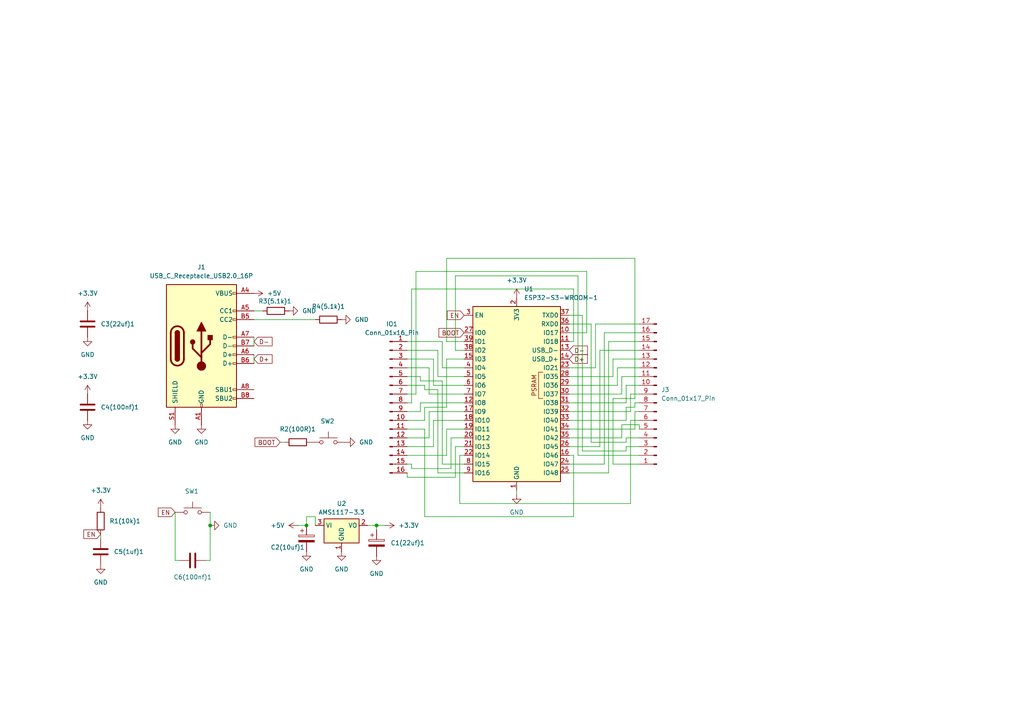
<source format=kicad_sch>
(kicad_sch
	(version 20250114)
	(generator "eeschema")
	(generator_version "9.0")
	(uuid "f59be5de-f2f8-4760-a81a-e371e5c380b5")
	(paper "A4")
	(lib_symbols
		(symbol "Connector:Conn_01x16_Pin"
			(pin_names
				(offset 1.016)
				(hide yes)
			)
			(exclude_from_sim no)
			(in_bom yes)
			(on_board yes)
			(property "Reference" "J"
				(at 0 20.32 0)
				(effects
					(font
						(size 1.27 1.27)
					)
				)
			)
			(property "Value" "Conn_01x16_Pin"
				(at 0 -22.86 0)
				(effects
					(font
						(size 1.27 1.27)
					)
				)
			)
			(property "Footprint" ""
				(at 0 0 0)
				(effects
					(font
						(size 1.27 1.27)
					)
					(hide yes)
				)
			)
			(property "Datasheet" "~"
				(at 0 0 0)
				(effects
					(font
						(size 1.27 1.27)
					)
					(hide yes)
				)
			)
			(property "Description" "Generic connector, single row, 01x16, script generated"
				(at 0 0 0)
				(effects
					(font
						(size 1.27 1.27)
					)
					(hide yes)
				)
			)
			(property "ki_locked" ""
				(at 0 0 0)
				(effects
					(font
						(size 1.27 1.27)
					)
				)
			)
			(property "ki_keywords" "connector"
				(at 0 0 0)
				(effects
					(font
						(size 1.27 1.27)
					)
					(hide yes)
				)
			)
			(property "ki_fp_filters" "Connector*:*_1x??_*"
				(at 0 0 0)
				(effects
					(font
						(size 1.27 1.27)
					)
					(hide yes)
				)
			)
			(symbol "Conn_01x16_Pin_1_1"
				(rectangle
					(start 0.8636 17.907)
					(end 0 17.653)
					(stroke
						(width 0.1524)
						(type default)
					)
					(fill
						(type outline)
					)
				)
				(rectangle
					(start 0.8636 15.367)
					(end 0 15.113)
					(stroke
						(width 0.1524)
						(type default)
					)
					(fill
						(type outline)
					)
				)
				(rectangle
					(start 0.8636 12.827)
					(end 0 12.573)
					(stroke
						(width 0.1524)
						(type default)
					)
					(fill
						(type outline)
					)
				)
				(rectangle
					(start 0.8636 10.287)
					(end 0 10.033)
					(stroke
						(width 0.1524)
						(type default)
					)
					(fill
						(type outline)
					)
				)
				(rectangle
					(start 0.8636 7.747)
					(end 0 7.493)
					(stroke
						(width 0.1524)
						(type default)
					)
					(fill
						(type outline)
					)
				)
				(rectangle
					(start 0.8636 5.207)
					(end 0 4.953)
					(stroke
						(width 0.1524)
						(type default)
					)
					(fill
						(type outline)
					)
				)
				(rectangle
					(start 0.8636 2.667)
					(end 0 2.413)
					(stroke
						(width 0.1524)
						(type default)
					)
					(fill
						(type outline)
					)
				)
				(rectangle
					(start 0.8636 0.127)
					(end 0 -0.127)
					(stroke
						(width 0.1524)
						(type default)
					)
					(fill
						(type outline)
					)
				)
				(rectangle
					(start 0.8636 -2.413)
					(end 0 -2.667)
					(stroke
						(width 0.1524)
						(type default)
					)
					(fill
						(type outline)
					)
				)
				(rectangle
					(start 0.8636 -4.953)
					(end 0 -5.207)
					(stroke
						(width 0.1524)
						(type default)
					)
					(fill
						(type outline)
					)
				)
				(rectangle
					(start 0.8636 -7.493)
					(end 0 -7.747)
					(stroke
						(width 0.1524)
						(type default)
					)
					(fill
						(type outline)
					)
				)
				(rectangle
					(start 0.8636 -10.033)
					(end 0 -10.287)
					(stroke
						(width 0.1524)
						(type default)
					)
					(fill
						(type outline)
					)
				)
				(rectangle
					(start 0.8636 -12.573)
					(end 0 -12.827)
					(stroke
						(width 0.1524)
						(type default)
					)
					(fill
						(type outline)
					)
				)
				(rectangle
					(start 0.8636 -15.113)
					(end 0 -15.367)
					(stroke
						(width 0.1524)
						(type default)
					)
					(fill
						(type outline)
					)
				)
				(rectangle
					(start 0.8636 -17.653)
					(end 0 -17.907)
					(stroke
						(width 0.1524)
						(type default)
					)
					(fill
						(type outline)
					)
				)
				(rectangle
					(start 0.8636 -20.193)
					(end 0 -20.447)
					(stroke
						(width 0.1524)
						(type default)
					)
					(fill
						(type outline)
					)
				)
				(polyline
					(pts
						(xy 1.27 17.78) (xy 0.8636 17.78)
					)
					(stroke
						(width 0.1524)
						(type default)
					)
					(fill
						(type none)
					)
				)
				(polyline
					(pts
						(xy 1.27 15.24) (xy 0.8636 15.24)
					)
					(stroke
						(width 0.1524)
						(type default)
					)
					(fill
						(type none)
					)
				)
				(polyline
					(pts
						(xy 1.27 12.7) (xy 0.8636 12.7)
					)
					(stroke
						(width 0.1524)
						(type default)
					)
					(fill
						(type none)
					)
				)
				(polyline
					(pts
						(xy 1.27 10.16) (xy 0.8636 10.16)
					)
					(stroke
						(width 0.1524)
						(type default)
					)
					(fill
						(type none)
					)
				)
				(polyline
					(pts
						(xy 1.27 7.62) (xy 0.8636 7.62)
					)
					(stroke
						(width 0.1524)
						(type default)
					)
					(fill
						(type none)
					)
				)
				(polyline
					(pts
						(xy 1.27 5.08) (xy 0.8636 5.08)
					)
					(stroke
						(width 0.1524)
						(type default)
					)
					(fill
						(type none)
					)
				)
				(polyline
					(pts
						(xy 1.27 2.54) (xy 0.8636 2.54)
					)
					(stroke
						(width 0.1524)
						(type default)
					)
					(fill
						(type none)
					)
				)
				(polyline
					(pts
						(xy 1.27 0) (xy 0.8636 0)
					)
					(stroke
						(width 0.1524)
						(type default)
					)
					(fill
						(type none)
					)
				)
				(polyline
					(pts
						(xy 1.27 -2.54) (xy 0.8636 -2.54)
					)
					(stroke
						(width 0.1524)
						(type default)
					)
					(fill
						(type none)
					)
				)
				(polyline
					(pts
						(xy 1.27 -5.08) (xy 0.8636 -5.08)
					)
					(stroke
						(width 0.1524)
						(type default)
					)
					(fill
						(type none)
					)
				)
				(polyline
					(pts
						(xy 1.27 -7.62) (xy 0.8636 -7.62)
					)
					(stroke
						(width 0.1524)
						(type default)
					)
					(fill
						(type none)
					)
				)
				(polyline
					(pts
						(xy 1.27 -10.16) (xy 0.8636 -10.16)
					)
					(stroke
						(width 0.1524)
						(type default)
					)
					(fill
						(type none)
					)
				)
				(polyline
					(pts
						(xy 1.27 -12.7) (xy 0.8636 -12.7)
					)
					(stroke
						(width 0.1524)
						(type default)
					)
					(fill
						(type none)
					)
				)
				(polyline
					(pts
						(xy 1.27 -15.24) (xy 0.8636 -15.24)
					)
					(stroke
						(width 0.1524)
						(type default)
					)
					(fill
						(type none)
					)
				)
				(polyline
					(pts
						(xy 1.27 -17.78) (xy 0.8636 -17.78)
					)
					(stroke
						(width 0.1524)
						(type default)
					)
					(fill
						(type none)
					)
				)
				(polyline
					(pts
						(xy 1.27 -20.32) (xy 0.8636 -20.32)
					)
					(stroke
						(width 0.1524)
						(type default)
					)
					(fill
						(type none)
					)
				)
				(pin passive line
					(at 5.08 17.78 180)
					(length 3.81)
					(name "Pin_1"
						(effects
							(font
								(size 1.27 1.27)
							)
						)
					)
					(number "1"
						(effects
							(font
								(size 1.27 1.27)
							)
						)
					)
				)
				(pin passive line
					(at 5.08 15.24 180)
					(length 3.81)
					(name "Pin_2"
						(effects
							(font
								(size 1.27 1.27)
							)
						)
					)
					(number "2"
						(effects
							(font
								(size 1.27 1.27)
							)
						)
					)
				)
				(pin passive line
					(at 5.08 12.7 180)
					(length 3.81)
					(name "Pin_3"
						(effects
							(font
								(size 1.27 1.27)
							)
						)
					)
					(number "3"
						(effects
							(font
								(size 1.27 1.27)
							)
						)
					)
				)
				(pin passive line
					(at 5.08 10.16 180)
					(length 3.81)
					(name "Pin_4"
						(effects
							(font
								(size 1.27 1.27)
							)
						)
					)
					(number "4"
						(effects
							(font
								(size 1.27 1.27)
							)
						)
					)
				)
				(pin passive line
					(at 5.08 7.62 180)
					(length 3.81)
					(name "Pin_5"
						(effects
							(font
								(size 1.27 1.27)
							)
						)
					)
					(number "5"
						(effects
							(font
								(size 1.27 1.27)
							)
						)
					)
				)
				(pin passive line
					(at 5.08 5.08 180)
					(length 3.81)
					(name "Pin_6"
						(effects
							(font
								(size 1.27 1.27)
							)
						)
					)
					(number "6"
						(effects
							(font
								(size 1.27 1.27)
							)
						)
					)
				)
				(pin passive line
					(at 5.08 2.54 180)
					(length 3.81)
					(name "Pin_7"
						(effects
							(font
								(size 1.27 1.27)
							)
						)
					)
					(number "7"
						(effects
							(font
								(size 1.27 1.27)
							)
						)
					)
				)
				(pin passive line
					(at 5.08 0 180)
					(length 3.81)
					(name "Pin_8"
						(effects
							(font
								(size 1.27 1.27)
							)
						)
					)
					(number "8"
						(effects
							(font
								(size 1.27 1.27)
							)
						)
					)
				)
				(pin passive line
					(at 5.08 -2.54 180)
					(length 3.81)
					(name "Pin_9"
						(effects
							(font
								(size 1.27 1.27)
							)
						)
					)
					(number "9"
						(effects
							(font
								(size 1.27 1.27)
							)
						)
					)
				)
				(pin passive line
					(at 5.08 -5.08 180)
					(length 3.81)
					(name "Pin_10"
						(effects
							(font
								(size 1.27 1.27)
							)
						)
					)
					(number "10"
						(effects
							(font
								(size 1.27 1.27)
							)
						)
					)
				)
				(pin passive line
					(at 5.08 -7.62 180)
					(length 3.81)
					(name "Pin_11"
						(effects
							(font
								(size 1.27 1.27)
							)
						)
					)
					(number "11"
						(effects
							(font
								(size 1.27 1.27)
							)
						)
					)
				)
				(pin passive line
					(at 5.08 -10.16 180)
					(length 3.81)
					(name "Pin_12"
						(effects
							(font
								(size 1.27 1.27)
							)
						)
					)
					(number "12"
						(effects
							(font
								(size 1.27 1.27)
							)
						)
					)
				)
				(pin passive line
					(at 5.08 -12.7 180)
					(length 3.81)
					(name "Pin_13"
						(effects
							(font
								(size 1.27 1.27)
							)
						)
					)
					(number "13"
						(effects
							(font
								(size 1.27 1.27)
							)
						)
					)
				)
				(pin passive line
					(at 5.08 -15.24 180)
					(length 3.81)
					(name "Pin_14"
						(effects
							(font
								(size 1.27 1.27)
							)
						)
					)
					(number "14"
						(effects
							(font
								(size 1.27 1.27)
							)
						)
					)
				)
				(pin passive line
					(at 5.08 -17.78 180)
					(length 3.81)
					(name "Pin_15"
						(effects
							(font
								(size 1.27 1.27)
							)
						)
					)
					(number "15"
						(effects
							(font
								(size 1.27 1.27)
							)
						)
					)
				)
				(pin passive line
					(at 5.08 -20.32 180)
					(length 3.81)
					(name "Pin_16"
						(effects
							(font
								(size 1.27 1.27)
							)
						)
					)
					(number "16"
						(effects
							(font
								(size 1.27 1.27)
							)
						)
					)
				)
			)
			(embedded_fonts no)
		)
		(symbol "Connector:Conn_01x17_Pin"
			(pin_names
				(offset 1.016)
				(hide yes)
			)
			(exclude_from_sim no)
			(in_bom yes)
			(on_board yes)
			(property "Reference" "J"
				(at 0 22.86 0)
				(effects
					(font
						(size 1.27 1.27)
					)
				)
			)
			(property "Value" "Conn_01x17_Pin"
				(at 0 -22.86 0)
				(effects
					(font
						(size 1.27 1.27)
					)
				)
			)
			(property "Footprint" ""
				(at 0 0 0)
				(effects
					(font
						(size 1.27 1.27)
					)
					(hide yes)
				)
			)
			(property "Datasheet" "~"
				(at 0 0 0)
				(effects
					(font
						(size 1.27 1.27)
					)
					(hide yes)
				)
			)
			(property "Description" "Generic connector, single row, 01x17, script generated"
				(at 0 0 0)
				(effects
					(font
						(size 1.27 1.27)
					)
					(hide yes)
				)
			)
			(property "ki_locked" ""
				(at 0 0 0)
				(effects
					(font
						(size 1.27 1.27)
					)
				)
			)
			(property "ki_keywords" "connector"
				(at 0 0 0)
				(effects
					(font
						(size 1.27 1.27)
					)
					(hide yes)
				)
			)
			(property "ki_fp_filters" "Connector*:*_1x??_*"
				(at 0 0 0)
				(effects
					(font
						(size 1.27 1.27)
					)
					(hide yes)
				)
			)
			(symbol "Conn_01x17_Pin_1_1"
				(rectangle
					(start 0.8636 20.447)
					(end 0 20.193)
					(stroke
						(width 0.1524)
						(type default)
					)
					(fill
						(type outline)
					)
				)
				(rectangle
					(start 0.8636 17.907)
					(end 0 17.653)
					(stroke
						(width 0.1524)
						(type default)
					)
					(fill
						(type outline)
					)
				)
				(rectangle
					(start 0.8636 15.367)
					(end 0 15.113)
					(stroke
						(width 0.1524)
						(type default)
					)
					(fill
						(type outline)
					)
				)
				(rectangle
					(start 0.8636 12.827)
					(end 0 12.573)
					(stroke
						(width 0.1524)
						(type default)
					)
					(fill
						(type outline)
					)
				)
				(rectangle
					(start 0.8636 10.287)
					(end 0 10.033)
					(stroke
						(width 0.1524)
						(type default)
					)
					(fill
						(type outline)
					)
				)
				(rectangle
					(start 0.8636 7.747)
					(end 0 7.493)
					(stroke
						(width 0.1524)
						(type default)
					)
					(fill
						(type outline)
					)
				)
				(rectangle
					(start 0.8636 5.207)
					(end 0 4.953)
					(stroke
						(width 0.1524)
						(type default)
					)
					(fill
						(type outline)
					)
				)
				(rectangle
					(start 0.8636 2.667)
					(end 0 2.413)
					(stroke
						(width 0.1524)
						(type default)
					)
					(fill
						(type outline)
					)
				)
				(rectangle
					(start 0.8636 0.127)
					(end 0 -0.127)
					(stroke
						(width 0.1524)
						(type default)
					)
					(fill
						(type outline)
					)
				)
				(rectangle
					(start 0.8636 -2.413)
					(end 0 -2.667)
					(stroke
						(width 0.1524)
						(type default)
					)
					(fill
						(type outline)
					)
				)
				(rectangle
					(start 0.8636 -4.953)
					(end 0 -5.207)
					(stroke
						(width 0.1524)
						(type default)
					)
					(fill
						(type outline)
					)
				)
				(rectangle
					(start 0.8636 -7.493)
					(end 0 -7.747)
					(stroke
						(width 0.1524)
						(type default)
					)
					(fill
						(type outline)
					)
				)
				(rectangle
					(start 0.8636 -10.033)
					(end 0 -10.287)
					(stroke
						(width 0.1524)
						(type default)
					)
					(fill
						(type outline)
					)
				)
				(rectangle
					(start 0.8636 -12.573)
					(end 0 -12.827)
					(stroke
						(width 0.1524)
						(type default)
					)
					(fill
						(type outline)
					)
				)
				(rectangle
					(start 0.8636 -15.113)
					(end 0 -15.367)
					(stroke
						(width 0.1524)
						(type default)
					)
					(fill
						(type outline)
					)
				)
				(rectangle
					(start 0.8636 -17.653)
					(end 0 -17.907)
					(stroke
						(width 0.1524)
						(type default)
					)
					(fill
						(type outline)
					)
				)
				(rectangle
					(start 0.8636 -20.193)
					(end 0 -20.447)
					(stroke
						(width 0.1524)
						(type default)
					)
					(fill
						(type outline)
					)
				)
				(polyline
					(pts
						(xy 1.27 20.32) (xy 0.8636 20.32)
					)
					(stroke
						(width 0.1524)
						(type default)
					)
					(fill
						(type none)
					)
				)
				(polyline
					(pts
						(xy 1.27 17.78) (xy 0.8636 17.78)
					)
					(stroke
						(width 0.1524)
						(type default)
					)
					(fill
						(type none)
					)
				)
				(polyline
					(pts
						(xy 1.27 15.24) (xy 0.8636 15.24)
					)
					(stroke
						(width 0.1524)
						(type default)
					)
					(fill
						(type none)
					)
				)
				(polyline
					(pts
						(xy 1.27 12.7) (xy 0.8636 12.7)
					)
					(stroke
						(width 0.1524)
						(type default)
					)
					(fill
						(type none)
					)
				)
				(polyline
					(pts
						(xy 1.27 10.16) (xy 0.8636 10.16)
					)
					(stroke
						(width 0.1524)
						(type default)
					)
					(fill
						(type none)
					)
				)
				(polyline
					(pts
						(xy 1.27 7.62) (xy 0.8636 7.62)
					)
					(stroke
						(width 0.1524)
						(type default)
					)
					(fill
						(type none)
					)
				)
				(polyline
					(pts
						(xy 1.27 5.08) (xy 0.8636 5.08)
					)
					(stroke
						(width 0.1524)
						(type default)
					)
					(fill
						(type none)
					)
				)
				(polyline
					(pts
						(xy 1.27 2.54) (xy 0.8636 2.54)
					)
					(stroke
						(width 0.1524)
						(type default)
					)
					(fill
						(type none)
					)
				)
				(polyline
					(pts
						(xy 1.27 0) (xy 0.8636 0)
					)
					(stroke
						(width 0.1524)
						(type default)
					)
					(fill
						(type none)
					)
				)
				(polyline
					(pts
						(xy 1.27 -2.54) (xy 0.8636 -2.54)
					)
					(stroke
						(width 0.1524)
						(type default)
					)
					(fill
						(type none)
					)
				)
				(polyline
					(pts
						(xy 1.27 -5.08) (xy 0.8636 -5.08)
					)
					(stroke
						(width 0.1524)
						(type default)
					)
					(fill
						(type none)
					)
				)
				(polyline
					(pts
						(xy 1.27 -7.62) (xy 0.8636 -7.62)
					)
					(stroke
						(width 0.1524)
						(type default)
					)
					(fill
						(type none)
					)
				)
				(polyline
					(pts
						(xy 1.27 -10.16) (xy 0.8636 -10.16)
					)
					(stroke
						(width 0.1524)
						(type default)
					)
					(fill
						(type none)
					)
				)
				(polyline
					(pts
						(xy 1.27 -12.7) (xy 0.8636 -12.7)
					)
					(stroke
						(width 0.1524)
						(type default)
					)
					(fill
						(type none)
					)
				)
				(polyline
					(pts
						(xy 1.27 -15.24) (xy 0.8636 -15.24)
					)
					(stroke
						(width 0.1524)
						(type default)
					)
					(fill
						(type none)
					)
				)
				(polyline
					(pts
						(xy 1.27 -17.78) (xy 0.8636 -17.78)
					)
					(stroke
						(width 0.1524)
						(type default)
					)
					(fill
						(type none)
					)
				)
				(polyline
					(pts
						(xy 1.27 -20.32) (xy 0.8636 -20.32)
					)
					(stroke
						(width 0.1524)
						(type default)
					)
					(fill
						(type none)
					)
				)
				(pin passive line
					(at 5.08 20.32 180)
					(length 3.81)
					(name "Pin_1"
						(effects
							(font
								(size 1.27 1.27)
							)
						)
					)
					(number "1"
						(effects
							(font
								(size 1.27 1.27)
							)
						)
					)
				)
				(pin passive line
					(at 5.08 17.78 180)
					(length 3.81)
					(name "Pin_2"
						(effects
							(font
								(size 1.27 1.27)
							)
						)
					)
					(number "2"
						(effects
							(font
								(size 1.27 1.27)
							)
						)
					)
				)
				(pin passive line
					(at 5.08 15.24 180)
					(length 3.81)
					(name "Pin_3"
						(effects
							(font
								(size 1.27 1.27)
							)
						)
					)
					(number "3"
						(effects
							(font
								(size 1.27 1.27)
							)
						)
					)
				)
				(pin passive line
					(at 5.08 12.7 180)
					(length 3.81)
					(name "Pin_4"
						(effects
							(font
								(size 1.27 1.27)
							)
						)
					)
					(number "4"
						(effects
							(font
								(size 1.27 1.27)
							)
						)
					)
				)
				(pin passive line
					(at 5.08 10.16 180)
					(length 3.81)
					(name "Pin_5"
						(effects
							(font
								(size 1.27 1.27)
							)
						)
					)
					(number "5"
						(effects
							(font
								(size 1.27 1.27)
							)
						)
					)
				)
				(pin passive line
					(at 5.08 7.62 180)
					(length 3.81)
					(name "Pin_6"
						(effects
							(font
								(size 1.27 1.27)
							)
						)
					)
					(number "6"
						(effects
							(font
								(size 1.27 1.27)
							)
						)
					)
				)
				(pin passive line
					(at 5.08 5.08 180)
					(length 3.81)
					(name "Pin_7"
						(effects
							(font
								(size 1.27 1.27)
							)
						)
					)
					(number "7"
						(effects
							(font
								(size 1.27 1.27)
							)
						)
					)
				)
				(pin passive line
					(at 5.08 2.54 180)
					(length 3.81)
					(name "Pin_8"
						(effects
							(font
								(size 1.27 1.27)
							)
						)
					)
					(number "8"
						(effects
							(font
								(size 1.27 1.27)
							)
						)
					)
				)
				(pin passive line
					(at 5.08 0 180)
					(length 3.81)
					(name "Pin_9"
						(effects
							(font
								(size 1.27 1.27)
							)
						)
					)
					(number "9"
						(effects
							(font
								(size 1.27 1.27)
							)
						)
					)
				)
				(pin passive line
					(at 5.08 -2.54 180)
					(length 3.81)
					(name "Pin_10"
						(effects
							(font
								(size 1.27 1.27)
							)
						)
					)
					(number "10"
						(effects
							(font
								(size 1.27 1.27)
							)
						)
					)
				)
				(pin passive line
					(at 5.08 -5.08 180)
					(length 3.81)
					(name "Pin_11"
						(effects
							(font
								(size 1.27 1.27)
							)
						)
					)
					(number "11"
						(effects
							(font
								(size 1.27 1.27)
							)
						)
					)
				)
				(pin passive line
					(at 5.08 -7.62 180)
					(length 3.81)
					(name "Pin_12"
						(effects
							(font
								(size 1.27 1.27)
							)
						)
					)
					(number "12"
						(effects
							(font
								(size 1.27 1.27)
							)
						)
					)
				)
				(pin passive line
					(at 5.08 -10.16 180)
					(length 3.81)
					(name "Pin_13"
						(effects
							(font
								(size 1.27 1.27)
							)
						)
					)
					(number "13"
						(effects
							(font
								(size 1.27 1.27)
							)
						)
					)
				)
				(pin passive line
					(at 5.08 -12.7 180)
					(length 3.81)
					(name "Pin_14"
						(effects
							(font
								(size 1.27 1.27)
							)
						)
					)
					(number "14"
						(effects
							(font
								(size 1.27 1.27)
							)
						)
					)
				)
				(pin passive line
					(at 5.08 -15.24 180)
					(length 3.81)
					(name "Pin_15"
						(effects
							(font
								(size 1.27 1.27)
							)
						)
					)
					(number "15"
						(effects
							(font
								(size 1.27 1.27)
							)
						)
					)
				)
				(pin passive line
					(at 5.08 -17.78 180)
					(length 3.81)
					(name "Pin_16"
						(effects
							(font
								(size 1.27 1.27)
							)
						)
					)
					(number "16"
						(effects
							(font
								(size 1.27 1.27)
							)
						)
					)
				)
				(pin passive line
					(at 5.08 -20.32 180)
					(length 3.81)
					(name "Pin_17"
						(effects
							(font
								(size 1.27 1.27)
							)
						)
					)
					(number "17"
						(effects
							(font
								(size 1.27 1.27)
							)
						)
					)
				)
			)
			(embedded_fonts no)
		)
		(symbol "Connector:USB_C_Receptacle_USB2.0_16P"
			(pin_names
				(offset 1.016)
			)
			(exclude_from_sim no)
			(in_bom yes)
			(on_board yes)
			(property "Reference" "J"
				(at 0 22.225 0)
				(effects
					(font
						(size 1.27 1.27)
					)
				)
			)
			(property "Value" "USB_C_Receptacle_USB2.0_16P"
				(at 0 19.685 0)
				(effects
					(font
						(size 1.27 1.27)
					)
				)
			)
			(property "Footprint" ""
				(at 3.81 0 0)
				(effects
					(font
						(size 1.27 1.27)
					)
					(hide yes)
				)
			)
			(property "Datasheet" "https://www.usb.org/sites/default/files/documents/usb_type-c.zip"
				(at 3.81 0 0)
				(effects
					(font
						(size 1.27 1.27)
					)
					(hide yes)
				)
			)
			(property "Description" "USB 2.0-only 16P Type-C Receptacle connector"
				(at 0 0 0)
				(effects
					(font
						(size 1.27 1.27)
					)
					(hide yes)
				)
			)
			(property "ki_keywords" "usb universal serial bus type-C USB2.0"
				(at 0 0 0)
				(effects
					(font
						(size 1.27 1.27)
					)
					(hide yes)
				)
			)
			(property "ki_fp_filters" "USB*C*Receptacle*"
				(at 0 0 0)
				(effects
					(font
						(size 1.27 1.27)
					)
					(hide yes)
				)
			)
			(symbol "USB_C_Receptacle_USB2.0_16P_0_0"
				(rectangle
					(start -0.254 -17.78)
					(end 0.254 -16.764)
					(stroke
						(width 0)
						(type default)
					)
					(fill
						(type none)
					)
				)
				(rectangle
					(start 10.16 15.494)
					(end 9.144 14.986)
					(stroke
						(width 0)
						(type default)
					)
					(fill
						(type none)
					)
				)
				(rectangle
					(start 10.16 10.414)
					(end 9.144 9.906)
					(stroke
						(width 0)
						(type default)
					)
					(fill
						(type none)
					)
				)
				(rectangle
					(start 10.16 7.874)
					(end 9.144 7.366)
					(stroke
						(width 0)
						(type default)
					)
					(fill
						(type none)
					)
				)
				(rectangle
					(start 10.16 2.794)
					(end 9.144 2.286)
					(stroke
						(width 0)
						(type default)
					)
					(fill
						(type none)
					)
				)
				(rectangle
					(start 10.16 0.254)
					(end 9.144 -0.254)
					(stroke
						(width 0)
						(type default)
					)
					(fill
						(type none)
					)
				)
				(rectangle
					(start 10.16 -2.286)
					(end 9.144 -2.794)
					(stroke
						(width 0)
						(type default)
					)
					(fill
						(type none)
					)
				)
				(rectangle
					(start 10.16 -4.826)
					(end 9.144 -5.334)
					(stroke
						(width 0)
						(type default)
					)
					(fill
						(type none)
					)
				)
				(rectangle
					(start 10.16 -12.446)
					(end 9.144 -12.954)
					(stroke
						(width 0)
						(type default)
					)
					(fill
						(type none)
					)
				)
				(rectangle
					(start 10.16 -14.986)
					(end 9.144 -15.494)
					(stroke
						(width 0)
						(type default)
					)
					(fill
						(type none)
					)
				)
			)
			(symbol "USB_C_Receptacle_USB2.0_16P_0_1"
				(rectangle
					(start -10.16 17.78)
					(end 10.16 -17.78)
					(stroke
						(width 0.254)
						(type default)
					)
					(fill
						(type background)
					)
				)
				(polyline
					(pts
						(xy -8.89 -3.81) (xy -8.89 3.81)
					)
					(stroke
						(width 0.508)
						(type default)
					)
					(fill
						(type none)
					)
				)
				(rectangle
					(start -7.62 -3.81)
					(end -6.35 3.81)
					(stroke
						(width 0.254)
						(type default)
					)
					(fill
						(type outline)
					)
				)
				(arc
					(start -7.62 3.81)
					(mid -6.985 4.4423)
					(end -6.35 3.81)
					(stroke
						(width 0.254)
						(type default)
					)
					(fill
						(type none)
					)
				)
				(arc
					(start -7.62 3.81)
					(mid -6.985 4.4423)
					(end -6.35 3.81)
					(stroke
						(width 0.254)
						(type default)
					)
					(fill
						(type outline)
					)
				)
				(arc
					(start -8.89 3.81)
					(mid -6.985 5.7067)
					(end -5.08 3.81)
					(stroke
						(width 0.508)
						(type default)
					)
					(fill
						(type none)
					)
				)
				(arc
					(start -5.08 -3.81)
					(mid -6.985 -5.7067)
					(end -8.89 -3.81)
					(stroke
						(width 0.508)
						(type default)
					)
					(fill
						(type none)
					)
				)
				(arc
					(start -6.35 -3.81)
					(mid -6.985 -4.4423)
					(end -7.62 -3.81)
					(stroke
						(width 0.254)
						(type default)
					)
					(fill
						(type none)
					)
				)
				(arc
					(start -6.35 -3.81)
					(mid -6.985 -4.4423)
					(end -7.62 -3.81)
					(stroke
						(width 0.254)
						(type default)
					)
					(fill
						(type outline)
					)
				)
				(polyline
					(pts
						(xy -5.08 3.81) (xy -5.08 -3.81)
					)
					(stroke
						(width 0.508)
						(type default)
					)
					(fill
						(type none)
					)
				)
				(circle
					(center -2.54 1.143)
					(radius 0.635)
					(stroke
						(width 0.254)
						(type default)
					)
					(fill
						(type outline)
					)
				)
				(polyline
					(pts
						(xy -1.27 4.318) (xy 0 6.858) (xy 1.27 4.318) (xy -1.27 4.318)
					)
					(stroke
						(width 0.254)
						(type default)
					)
					(fill
						(type outline)
					)
				)
				(polyline
					(pts
						(xy 0 -2.032) (xy 2.54 0.508) (xy 2.54 1.778)
					)
					(stroke
						(width 0.508)
						(type default)
					)
					(fill
						(type none)
					)
				)
				(polyline
					(pts
						(xy 0 -3.302) (xy -2.54 -0.762) (xy -2.54 0.508)
					)
					(stroke
						(width 0.508)
						(type default)
					)
					(fill
						(type none)
					)
				)
				(polyline
					(pts
						(xy 0 -5.842) (xy 0 4.318)
					)
					(stroke
						(width 0.508)
						(type default)
					)
					(fill
						(type none)
					)
				)
				(circle
					(center 0 -5.842)
					(radius 1.27)
					(stroke
						(width 0)
						(type default)
					)
					(fill
						(type outline)
					)
				)
				(rectangle
					(start 1.905 1.778)
					(end 3.175 3.048)
					(stroke
						(width 0.254)
						(type default)
					)
					(fill
						(type outline)
					)
				)
			)
			(symbol "USB_C_Receptacle_USB2.0_16P_1_1"
				(pin passive line
					(at -7.62 -22.86 90)
					(length 5.08)
					(name "SHIELD"
						(effects
							(font
								(size 1.27 1.27)
							)
						)
					)
					(number "S1"
						(effects
							(font
								(size 1.27 1.27)
							)
						)
					)
				)
				(pin passive line
					(at 0 -22.86 90)
					(length 5.08)
					(name "GND"
						(effects
							(font
								(size 1.27 1.27)
							)
						)
					)
					(number "A1"
						(effects
							(font
								(size 1.27 1.27)
							)
						)
					)
				)
				(pin passive line
					(at 0 -22.86 90)
					(length 5.08)
					(hide yes)
					(name "GND"
						(effects
							(font
								(size 1.27 1.27)
							)
						)
					)
					(number "A12"
						(effects
							(font
								(size 1.27 1.27)
							)
						)
					)
				)
				(pin passive line
					(at 0 -22.86 90)
					(length 5.08)
					(hide yes)
					(name "GND"
						(effects
							(font
								(size 1.27 1.27)
							)
						)
					)
					(number "B1"
						(effects
							(font
								(size 1.27 1.27)
							)
						)
					)
				)
				(pin passive line
					(at 0 -22.86 90)
					(length 5.08)
					(hide yes)
					(name "GND"
						(effects
							(font
								(size 1.27 1.27)
							)
						)
					)
					(number "B12"
						(effects
							(font
								(size 1.27 1.27)
							)
						)
					)
				)
				(pin passive line
					(at 15.24 15.24 180)
					(length 5.08)
					(name "VBUS"
						(effects
							(font
								(size 1.27 1.27)
							)
						)
					)
					(number "A4"
						(effects
							(font
								(size 1.27 1.27)
							)
						)
					)
				)
				(pin passive line
					(at 15.24 15.24 180)
					(length 5.08)
					(hide yes)
					(name "VBUS"
						(effects
							(font
								(size 1.27 1.27)
							)
						)
					)
					(number "A9"
						(effects
							(font
								(size 1.27 1.27)
							)
						)
					)
				)
				(pin passive line
					(at 15.24 15.24 180)
					(length 5.08)
					(hide yes)
					(name "VBUS"
						(effects
							(font
								(size 1.27 1.27)
							)
						)
					)
					(number "B4"
						(effects
							(font
								(size 1.27 1.27)
							)
						)
					)
				)
				(pin passive line
					(at 15.24 15.24 180)
					(length 5.08)
					(hide yes)
					(name "VBUS"
						(effects
							(font
								(size 1.27 1.27)
							)
						)
					)
					(number "B9"
						(effects
							(font
								(size 1.27 1.27)
							)
						)
					)
				)
				(pin bidirectional line
					(at 15.24 10.16 180)
					(length 5.08)
					(name "CC1"
						(effects
							(font
								(size 1.27 1.27)
							)
						)
					)
					(number "A5"
						(effects
							(font
								(size 1.27 1.27)
							)
						)
					)
				)
				(pin bidirectional line
					(at 15.24 7.62 180)
					(length 5.08)
					(name "CC2"
						(effects
							(font
								(size 1.27 1.27)
							)
						)
					)
					(number "B5"
						(effects
							(font
								(size 1.27 1.27)
							)
						)
					)
				)
				(pin bidirectional line
					(at 15.24 2.54 180)
					(length 5.08)
					(name "D-"
						(effects
							(font
								(size 1.27 1.27)
							)
						)
					)
					(number "A7"
						(effects
							(font
								(size 1.27 1.27)
							)
						)
					)
				)
				(pin bidirectional line
					(at 15.24 0 180)
					(length 5.08)
					(name "D-"
						(effects
							(font
								(size 1.27 1.27)
							)
						)
					)
					(number "B7"
						(effects
							(font
								(size 1.27 1.27)
							)
						)
					)
				)
				(pin bidirectional line
					(at 15.24 -2.54 180)
					(length 5.08)
					(name "D+"
						(effects
							(font
								(size 1.27 1.27)
							)
						)
					)
					(number "A6"
						(effects
							(font
								(size 1.27 1.27)
							)
						)
					)
				)
				(pin bidirectional line
					(at 15.24 -5.08 180)
					(length 5.08)
					(name "D+"
						(effects
							(font
								(size 1.27 1.27)
							)
						)
					)
					(number "B6"
						(effects
							(font
								(size 1.27 1.27)
							)
						)
					)
				)
				(pin bidirectional line
					(at 15.24 -12.7 180)
					(length 5.08)
					(name "SBU1"
						(effects
							(font
								(size 1.27 1.27)
							)
						)
					)
					(number "A8"
						(effects
							(font
								(size 1.27 1.27)
							)
						)
					)
				)
				(pin bidirectional line
					(at 15.24 -15.24 180)
					(length 5.08)
					(name "SBU2"
						(effects
							(font
								(size 1.27 1.27)
							)
						)
					)
					(number "B8"
						(effects
							(font
								(size 1.27 1.27)
							)
						)
					)
				)
			)
			(embedded_fonts no)
		)
		(symbol "Device:C"
			(pin_numbers
				(hide yes)
			)
			(pin_names
				(offset 0.254)
			)
			(exclude_from_sim no)
			(in_bom yes)
			(on_board yes)
			(property "Reference" "C"
				(at 0.635 2.54 0)
				(effects
					(font
						(size 1.27 1.27)
					)
					(justify left)
				)
			)
			(property "Value" "C"
				(at 0.635 -2.54 0)
				(effects
					(font
						(size 1.27 1.27)
					)
					(justify left)
				)
			)
			(property "Footprint" ""
				(at 0.9652 -3.81 0)
				(effects
					(font
						(size 1.27 1.27)
					)
					(hide yes)
				)
			)
			(property "Datasheet" "~"
				(at 0 0 0)
				(effects
					(font
						(size 1.27 1.27)
					)
					(hide yes)
				)
			)
			(property "Description" "Unpolarized capacitor"
				(at 0 0 0)
				(effects
					(font
						(size 1.27 1.27)
					)
					(hide yes)
				)
			)
			(property "ki_keywords" "cap capacitor"
				(at 0 0 0)
				(effects
					(font
						(size 1.27 1.27)
					)
					(hide yes)
				)
			)
			(property "ki_fp_filters" "C_*"
				(at 0 0 0)
				(effects
					(font
						(size 1.27 1.27)
					)
					(hide yes)
				)
			)
			(symbol "C_0_1"
				(polyline
					(pts
						(xy -2.032 0.762) (xy 2.032 0.762)
					)
					(stroke
						(width 0.508)
						(type default)
					)
					(fill
						(type none)
					)
				)
				(polyline
					(pts
						(xy -2.032 -0.762) (xy 2.032 -0.762)
					)
					(stroke
						(width 0.508)
						(type default)
					)
					(fill
						(type none)
					)
				)
			)
			(symbol "C_1_1"
				(pin passive line
					(at 0 3.81 270)
					(length 2.794)
					(name "~"
						(effects
							(font
								(size 1.27 1.27)
							)
						)
					)
					(number "1"
						(effects
							(font
								(size 1.27 1.27)
							)
						)
					)
				)
				(pin passive line
					(at 0 -3.81 90)
					(length 2.794)
					(name "~"
						(effects
							(font
								(size 1.27 1.27)
							)
						)
					)
					(number "2"
						(effects
							(font
								(size 1.27 1.27)
							)
						)
					)
				)
			)
			(embedded_fonts no)
		)
		(symbol "Device:C_Polarized"
			(pin_numbers
				(hide yes)
			)
			(pin_names
				(offset 0.254)
			)
			(exclude_from_sim no)
			(in_bom yes)
			(on_board yes)
			(property "Reference" "C"
				(at 0.635 2.54 0)
				(effects
					(font
						(size 1.27 1.27)
					)
					(justify left)
				)
			)
			(property "Value" "C_Polarized"
				(at 0.635 -2.54 0)
				(effects
					(font
						(size 1.27 1.27)
					)
					(justify left)
				)
			)
			(property "Footprint" ""
				(at 0.9652 -3.81 0)
				(effects
					(font
						(size 1.27 1.27)
					)
					(hide yes)
				)
			)
			(property "Datasheet" "~"
				(at 0 0 0)
				(effects
					(font
						(size 1.27 1.27)
					)
					(hide yes)
				)
			)
			(property "Description" "Polarized capacitor"
				(at 0 0 0)
				(effects
					(font
						(size 1.27 1.27)
					)
					(hide yes)
				)
			)
			(property "ki_keywords" "cap capacitor"
				(at 0 0 0)
				(effects
					(font
						(size 1.27 1.27)
					)
					(hide yes)
				)
			)
			(property "ki_fp_filters" "CP_*"
				(at 0 0 0)
				(effects
					(font
						(size 1.27 1.27)
					)
					(hide yes)
				)
			)
			(symbol "C_Polarized_0_1"
				(rectangle
					(start -2.286 0.508)
					(end 2.286 1.016)
					(stroke
						(width 0)
						(type default)
					)
					(fill
						(type none)
					)
				)
				(polyline
					(pts
						(xy -1.778 2.286) (xy -0.762 2.286)
					)
					(stroke
						(width 0)
						(type default)
					)
					(fill
						(type none)
					)
				)
				(polyline
					(pts
						(xy -1.27 2.794) (xy -1.27 1.778)
					)
					(stroke
						(width 0)
						(type default)
					)
					(fill
						(type none)
					)
				)
				(rectangle
					(start 2.286 -0.508)
					(end -2.286 -1.016)
					(stroke
						(width 0)
						(type default)
					)
					(fill
						(type outline)
					)
				)
			)
			(symbol "C_Polarized_1_1"
				(pin passive line
					(at 0 3.81 270)
					(length 2.794)
					(name "~"
						(effects
							(font
								(size 1.27 1.27)
							)
						)
					)
					(number "1"
						(effects
							(font
								(size 1.27 1.27)
							)
						)
					)
				)
				(pin passive line
					(at 0 -3.81 90)
					(length 2.794)
					(name "~"
						(effects
							(font
								(size 1.27 1.27)
							)
						)
					)
					(number "2"
						(effects
							(font
								(size 1.27 1.27)
							)
						)
					)
				)
			)
			(embedded_fonts no)
		)
		(symbol "Device:R"
			(pin_numbers
				(hide yes)
			)
			(pin_names
				(offset 0)
			)
			(exclude_from_sim no)
			(in_bom yes)
			(on_board yes)
			(property "Reference" "R"
				(at 2.032 0 90)
				(effects
					(font
						(size 1.27 1.27)
					)
				)
			)
			(property "Value" "R"
				(at 0 0 90)
				(effects
					(font
						(size 1.27 1.27)
					)
				)
			)
			(property "Footprint" ""
				(at -1.778 0 90)
				(effects
					(font
						(size 1.27 1.27)
					)
					(hide yes)
				)
			)
			(property "Datasheet" "~"
				(at 0 0 0)
				(effects
					(font
						(size 1.27 1.27)
					)
					(hide yes)
				)
			)
			(property "Description" "Resistor"
				(at 0 0 0)
				(effects
					(font
						(size 1.27 1.27)
					)
					(hide yes)
				)
			)
			(property "ki_keywords" "R res resistor"
				(at 0 0 0)
				(effects
					(font
						(size 1.27 1.27)
					)
					(hide yes)
				)
			)
			(property "ki_fp_filters" "R_*"
				(at 0 0 0)
				(effects
					(font
						(size 1.27 1.27)
					)
					(hide yes)
				)
			)
			(symbol "R_0_1"
				(rectangle
					(start -1.016 -2.54)
					(end 1.016 2.54)
					(stroke
						(width 0.254)
						(type default)
					)
					(fill
						(type none)
					)
				)
			)
			(symbol "R_1_1"
				(pin passive line
					(at 0 3.81 270)
					(length 1.27)
					(name "~"
						(effects
							(font
								(size 1.27 1.27)
							)
						)
					)
					(number "1"
						(effects
							(font
								(size 1.27 1.27)
							)
						)
					)
				)
				(pin passive line
					(at 0 -3.81 90)
					(length 1.27)
					(name "~"
						(effects
							(font
								(size 1.27 1.27)
							)
						)
					)
					(number "2"
						(effects
							(font
								(size 1.27 1.27)
							)
						)
					)
				)
			)
			(embedded_fonts no)
		)
		(symbol "RF_Module:ESP32-S3-WROOM-1"
			(exclude_from_sim no)
			(in_bom yes)
			(on_board yes)
			(property "Reference" "U"
				(at -12.7 26.67 0)
				(effects
					(font
						(size 1.27 1.27)
					)
				)
			)
			(property "Value" "ESP32-S3-WROOM-1"
				(at 12.7 26.67 0)
				(effects
					(font
						(size 1.27 1.27)
					)
				)
			)
			(property "Footprint" "RF_Module:ESP32-S3-WROOM-1"
				(at 0 2.54 0)
				(effects
					(font
						(size 1.27 1.27)
					)
					(hide yes)
				)
			)
			(property "Datasheet" "https://www.espressif.com/sites/default/files/documentation/esp32-s3-wroom-1_wroom-1u_datasheet_en.pdf"
				(at 0 0 0)
				(effects
					(font
						(size 1.27 1.27)
					)
					(hide yes)
				)
			)
			(property "Description" "RF Module, ESP32-S3 SoC, Wi-Fi 802.11b/g/n, Bluetooth, BLE, 32-bit, 3.3V, onboard antenna, SMD"
				(at 0 0 0)
				(effects
					(font
						(size 1.27 1.27)
					)
					(hide yes)
				)
			)
			(property "ki_keywords" "RF Radio BT ESP ESP32-S3 Espressif onboard PCB antenna"
				(at 0 0 0)
				(effects
					(font
						(size 1.27 1.27)
					)
					(hide yes)
				)
			)
			(property "ki_fp_filters" "ESP32?S3?WROOM?1*"
				(at 0 0 0)
				(effects
					(font
						(size 1.27 1.27)
					)
					(hide yes)
				)
			)
			(symbol "ESP32-S3-WROOM-1_0_0"
				(rectangle
					(start -12.7 25.4)
					(end 12.7 -25.4)
					(stroke
						(width 0.254)
						(type default)
					)
					(fill
						(type background)
					)
				)
				(text "PSRAM"
					(at 5.08 2.54 900)
					(effects
						(font
							(size 1.27 1.27)
						)
					)
				)
			)
			(symbol "ESP32-S3-WROOM-1_0_1"
				(polyline
					(pts
						(xy 7.62 -1.27) (xy 6.35 -1.27) (xy 6.35 6.35) (xy 7.62 6.35)
					)
					(stroke
						(width 0)
						(type default)
					)
					(fill
						(type none)
					)
				)
			)
			(symbol "ESP32-S3-WROOM-1_1_1"
				(pin input line
					(at -15.24 22.86 0)
					(length 2.54)
					(name "EN"
						(effects
							(font
								(size 1.27 1.27)
							)
						)
					)
					(number "3"
						(effects
							(font
								(size 1.27 1.27)
							)
						)
					)
				)
				(pin bidirectional line
					(at -15.24 17.78 0)
					(length 2.54)
					(name "IO0"
						(effects
							(font
								(size 1.27 1.27)
							)
						)
					)
					(number "27"
						(effects
							(font
								(size 1.27 1.27)
							)
						)
					)
				)
				(pin bidirectional line
					(at -15.24 15.24 0)
					(length 2.54)
					(name "IO1"
						(effects
							(font
								(size 1.27 1.27)
							)
						)
					)
					(number "39"
						(effects
							(font
								(size 1.27 1.27)
							)
						)
					)
				)
				(pin bidirectional line
					(at -15.24 12.7 0)
					(length 2.54)
					(name "IO2"
						(effects
							(font
								(size 1.27 1.27)
							)
						)
					)
					(number "38"
						(effects
							(font
								(size 1.27 1.27)
							)
						)
					)
				)
				(pin bidirectional line
					(at -15.24 10.16 0)
					(length 2.54)
					(name "IO3"
						(effects
							(font
								(size 1.27 1.27)
							)
						)
					)
					(number "15"
						(effects
							(font
								(size 1.27 1.27)
							)
						)
					)
				)
				(pin bidirectional line
					(at -15.24 7.62 0)
					(length 2.54)
					(name "IO4"
						(effects
							(font
								(size 1.27 1.27)
							)
						)
					)
					(number "4"
						(effects
							(font
								(size 1.27 1.27)
							)
						)
					)
				)
				(pin bidirectional line
					(at -15.24 5.08 0)
					(length 2.54)
					(name "IO5"
						(effects
							(font
								(size 1.27 1.27)
							)
						)
					)
					(number "5"
						(effects
							(font
								(size 1.27 1.27)
							)
						)
					)
				)
				(pin bidirectional line
					(at -15.24 2.54 0)
					(length 2.54)
					(name "IO6"
						(effects
							(font
								(size 1.27 1.27)
							)
						)
					)
					(number "6"
						(effects
							(font
								(size 1.27 1.27)
							)
						)
					)
				)
				(pin bidirectional line
					(at -15.24 0 0)
					(length 2.54)
					(name "IO7"
						(effects
							(font
								(size 1.27 1.27)
							)
						)
					)
					(number "7"
						(effects
							(font
								(size 1.27 1.27)
							)
						)
					)
				)
				(pin bidirectional line
					(at -15.24 -2.54 0)
					(length 2.54)
					(name "IO8"
						(effects
							(font
								(size 1.27 1.27)
							)
						)
					)
					(number "12"
						(effects
							(font
								(size 1.27 1.27)
							)
						)
					)
				)
				(pin bidirectional line
					(at -15.24 -5.08 0)
					(length 2.54)
					(name "IO9"
						(effects
							(font
								(size 1.27 1.27)
							)
						)
					)
					(number "17"
						(effects
							(font
								(size 1.27 1.27)
							)
						)
					)
				)
				(pin bidirectional line
					(at -15.24 -7.62 0)
					(length 2.54)
					(name "IO10"
						(effects
							(font
								(size 1.27 1.27)
							)
						)
					)
					(number "18"
						(effects
							(font
								(size 1.27 1.27)
							)
						)
					)
				)
				(pin bidirectional line
					(at -15.24 -10.16 0)
					(length 2.54)
					(name "IO11"
						(effects
							(font
								(size 1.27 1.27)
							)
						)
					)
					(number "19"
						(effects
							(font
								(size 1.27 1.27)
							)
						)
					)
				)
				(pin bidirectional line
					(at -15.24 -12.7 0)
					(length 2.54)
					(name "IO12"
						(effects
							(font
								(size 1.27 1.27)
							)
						)
					)
					(number "20"
						(effects
							(font
								(size 1.27 1.27)
							)
						)
					)
				)
				(pin bidirectional line
					(at -15.24 -15.24 0)
					(length 2.54)
					(name "IO13"
						(effects
							(font
								(size 1.27 1.27)
							)
						)
					)
					(number "21"
						(effects
							(font
								(size 1.27 1.27)
							)
						)
					)
				)
				(pin bidirectional line
					(at -15.24 -17.78 0)
					(length 2.54)
					(name "IO14"
						(effects
							(font
								(size 1.27 1.27)
							)
						)
					)
					(number "22"
						(effects
							(font
								(size 1.27 1.27)
							)
						)
					)
				)
				(pin bidirectional line
					(at -15.24 -20.32 0)
					(length 2.54)
					(name "IO15"
						(effects
							(font
								(size 1.27 1.27)
							)
						)
					)
					(number "8"
						(effects
							(font
								(size 1.27 1.27)
							)
						)
					)
				)
				(pin bidirectional line
					(at -15.24 -22.86 0)
					(length 2.54)
					(name "IO16"
						(effects
							(font
								(size 1.27 1.27)
							)
						)
					)
					(number "9"
						(effects
							(font
								(size 1.27 1.27)
							)
						)
					)
				)
				(pin power_in line
					(at 0 27.94 270)
					(length 2.54)
					(name "3V3"
						(effects
							(font
								(size 1.27 1.27)
							)
						)
					)
					(number "2"
						(effects
							(font
								(size 1.27 1.27)
							)
						)
					)
				)
				(pin power_in line
					(at 0 -27.94 90)
					(length 2.54)
					(name "GND"
						(effects
							(font
								(size 1.27 1.27)
							)
						)
					)
					(number "1"
						(effects
							(font
								(size 1.27 1.27)
							)
						)
					)
				)
				(pin passive line
					(at 0 -27.94 90)
					(length 2.54)
					(hide yes)
					(name "GND"
						(effects
							(font
								(size 1.27 1.27)
							)
						)
					)
					(number "40"
						(effects
							(font
								(size 1.27 1.27)
							)
						)
					)
				)
				(pin passive line
					(at 0 -27.94 90)
					(length 2.54)
					(hide yes)
					(name "GND"
						(effects
							(font
								(size 1.27 1.27)
							)
						)
					)
					(number "41"
						(effects
							(font
								(size 1.27 1.27)
							)
						)
					)
				)
				(pin bidirectional line
					(at 15.24 22.86 180)
					(length 2.54)
					(name "TXD0"
						(effects
							(font
								(size 1.27 1.27)
							)
						)
					)
					(number "37"
						(effects
							(font
								(size 1.27 1.27)
							)
						)
					)
				)
				(pin bidirectional line
					(at 15.24 20.32 180)
					(length 2.54)
					(name "RXD0"
						(effects
							(font
								(size 1.27 1.27)
							)
						)
					)
					(number "36"
						(effects
							(font
								(size 1.27 1.27)
							)
						)
					)
				)
				(pin bidirectional line
					(at 15.24 17.78 180)
					(length 2.54)
					(name "IO17"
						(effects
							(font
								(size 1.27 1.27)
							)
						)
					)
					(number "10"
						(effects
							(font
								(size 1.27 1.27)
							)
						)
					)
				)
				(pin bidirectional line
					(at 15.24 15.24 180)
					(length 2.54)
					(name "IO18"
						(effects
							(font
								(size 1.27 1.27)
							)
						)
					)
					(number "11"
						(effects
							(font
								(size 1.27 1.27)
							)
						)
					)
				)
				(pin bidirectional line
					(at 15.24 12.7 180)
					(length 2.54)
					(name "USB_D-"
						(effects
							(font
								(size 1.27 1.27)
							)
						)
					)
					(number "13"
						(effects
							(font
								(size 1.27 1.27)
							)
						)
					)
					(alternate "IO19" bidirectional line)
				)
				(pin bidirectional line
					(at 15.24 10.16 180)
					(length 2.54)
					(name "USB_D+"
						(effects
							(font
								(size 1.27 1.27)
							)
						)
					)
					(number "14"
						(effects
							(font
								(size 1.27 1.27)
							)
						)
					)
					(alternate "IO20" bidirectional line)
				)
				(pin bidirectional line
					(at 15.24 7.62 180)
					(length 2.54)
					(name "IO21"
						(effects
							(font
								(size 1.27 1.27)
							)
						)
					)
					(number "23"
						(effects
							(font
								(size 1.27 1.27)
							)
						)
					)
				)
				(pin bidirectional line
					(at 15.24 5.08 180)
					(length 2.54)
					(name "IO35"
						(effects
							(font
								(size 1.27 1.27)
							)
						)
					)
					(number "28"
						(effects
							(font
								(size 1.27 1.27)
							)
						)
					)
				)
				(pin bidirectional line
					(at 15.24 2.54 180)
					(length 2.54)
					(name "IO36"
						(effects
							(font
								(size 1.27 1.27)
							)
						)
					)
					(number "29"
						(effects
							(font
								(size 1.27 1.27)
							)
						)
					)
				)
				(pin bidirectional line
					(at 15.24 0 180)
					(length 2.54)
					(name "IO37"
						(effects
							(font
								(size 1.27 1.27)
							)
						)
					)
					(number "30"
						(effects
							(font
								(size 1.27 1.27)
							)
						)
					)
				)
				(pin bidirectional line
					(at 15.24 -2.54 180)
					(length 2.54)
					(name "IO38"
						(effects
							(font
								(size 1.27 1.27)
							)
						)
					)
					(number "31"
						(effects
							(font
								(size 1.27 1.27)
							)
						)
					)
				)
				(pin bidirectional line
					(at 15.24 -5.08 180)
					(length 2.54)
					(name "IO39"
						(effects
							(font
								(size 1.27 1.27)
							)
						)
					)
					(number "32"
						(effects
							(font
								(size 1.27 1.27)
							)
						)
					)
				)
				(pin bidirectional line
					(at 15.24 -7.62 180)
					(length 2.54)
					(name "IO40"
						(effects
							(font
								(size 1.27 1.27)
							)
						)
					)
					(number "33"
						(effects
							(font
								(size 1.27 1.27)
							)
						)
					)
				)
				(pin bidirectional line
					(at 15.24 -10.16 180)
					(length 2.54)
					(name "IO41"
						(effects
							(font
								(size 1.27 1.27)
							)
						)
					)
					(number "34"
						(effects
							(font
								(size 1.27 1.27)
							)
						)
					)
				)
				(pin bidirectional line
					(at 15.24 -12.7 180)
					(length 2.54)
					(name "IO42"
						(effects
							(font
								(size 1.27 1.27)
							)
						)
					)
					(number "35"
						(effects
							(font
								(size 1.27 1.27)
							)
						)
					)
				)
				(pin bidirectional line
					(at 15.24 -15.24 180)
					(length 2.54)
					(name "IO45"
						(effects
							(font
								(size 1.27 1.27)
							)
						)
					)
					(number "26"
						(effects
							(font
								(size 1.27 1.27)
							)
						)
					)
				)
				(pin bidirectional line
					(at 15.24 -17.78 180)
					(length 2.54)
					(name "IO46"
						(effects
							(font
								(size 1.27 1.27)
							)
						)
					)
					(number "16"
						(effects
							(font
								(size 1.27 1.27)
							)
						)
					)
				)
				(pin bidirectional line
					(at 15.24 -20.32 180)
					(length 2.54)
					(name "IO47"
						(effects
							(font
								(size 1.27 1.27)
							)
						)
					)
					(number "24"
						(effects
							(font
								(size 1.27 1.27)
							)
						)
					)
				)
				(pin bidirectional line
					(at 15.24 -22.86 180)
					(length 2.54)
					(name "IO48"
						(effects
							(font
								(size 1.27 1.27)
							)
						)
					)
					(number "25"
						(effects
							(font
								(size 1.27 1.27)
							)
						)
					)
				)
			)
			(embedded_fonts no)
		)
		(symbol "Regulator_Linear:AMS1117-3.3"
			(exclude_from_sim no)
			(in_bom yes)
			(on_board yes)
			(property "Reference" "U"
				(at -3.81 3.175 0)
				(effects
					(font
						(size 1.27 1.27)
					)
				)
			)
			(property "Value" "AMS1117-3.3"
				(at 0 3.175 0)
				(effects
					(font
						(size 1.27 1.27)
					)
					(justify left)
				)
			)
			(property "Footprint" "Package_TO_SOT_SMD:SOT-223-3_TabPin2"
				(at 0 5.08 0)
				(effects
					(font
						(size 1.27 1.27)
					)
					(hide yes)
				)
			)
			(property "Datasheet" "http://www.advanced-monolithic.com/pdf/ds1117.pdf"
				(at 2.54 -6.35 0)
				(effects
					(font
						(size 1.27 1.27)
					)
					(hide yes)
				)
			)
			(property "Description" "1A Low Dropout regulator, positive, 3.3V fixed output, SOT-223"
				(at 0 0 0)
				(effects
					(font
						(size 1.27 1.27)
					)
					(hide yes)
				)
			)
			(property "ki_keywords" "linear regulator ldo fixed positive"
				(at 0 0 0)
				(effects
					(font
						(size 1.27 1.27)
					)
					(hide yes)
				)
			)
			(property "ki_fp_filters" "SOT?223*TabPin2*"
				(at 0 0 0)
				(effects
					(font
						(size 1.27 1.27)
					)
					(hide yes)
				)
			)
			(symbol "AMS1117-3.3_0_1"
				(rectangle
					(start -5.08 -5.08)
					(end 5.08 1.905)
					(stroke
						(width 0.254)
						(type default)
					)
					(fill
						(type background)
					)
				)
			)
			(symbol "AMS1117-3.3_1_1"
				(pin power_in line
					(at -7.62 0 0)
					(length 2.54)
					(name "VI"
						(effects
							(font
								(size 1.27 1.27)
							)
						)
					)
					(number "3"
						(effects
							(font
								(size 1.27 1.27)
							)
						)
					)
				)
				(pin power_in line
					(at 0 -7.62 90)
					(length 2.54)
					(name "GND"
						(effects
							(font
								(size 1.27 1.27)
							)
						)
					)
					(number "1"
						(effects
							(font
								(size 1.27 1.27)
							)
						)
					)
				)
				(pin power_out line
					(at 7.62 0 180)
					(length 2.54)
					(name "VO"
						(effects
							(font
								(size 1.27 1.27)
							)
						)
					)
					(number "2"
						(effects
							(font
								(size 1.27 1.27)
							)
						)
					)
				)
			)
			(embedded_fonts no)
		)
		(symbol "Switch:SW_Push"
			(pin_numbers
				(hide yes)
			)
			(pin_names
				(offset 1.016)
				(hide yes)
			)
			(exclude_from_sim no)
			(in_bom yes)
			(on_board yes)
			(property "Reference" "SW"
				(at 1.27 2.54 0)
				(effects
					(font
						(size 1.27 1.27)
					)
					(justify left)
				)
			)
			(property "Value" "SW_Push"
				(at 0 -1.524 0)
				(effects
					(font
						(size 1.27 1.27)
					)
				)
			)
			(property "Footprint" ""
				(at 0 5.08 0)
				(effects
					(font
						(size 1.27 1.27)
					)
					(hide yes)
				)
			)
			(property "Datasheet" "~"
				(at 0 5.08 0)
				(effects
					(font
						(size 1.27 1.27)
					)
					(hide yes)
				)
			)
			(property "Description" "Push button switch, generic, two pins"
				(at 0 0 0)
				(effects
					(font
						(size 1.27 1.27)
					)
					(hide yes)
				)
			)
			(property "ki_keywords" "switch normally-open pushbutton push-button"
				(at 0 0 0)
				(effects
					(font
						(size 1.27 1.27)
					)
					(hide yes)
				)
			)
			(symbol "SW_Push_0_1"
				(circle
					(center -2.032 0)
					(radius 0.508)
					(stroke
						(width 0)
						(type default)
					)
					(fill
						(type none)
					)
				)
				(polyline
					(pts
						(xy 0 1.27) (xy 0 3.048)
					)
					(stroke
						(width 0)
						(type default)
					)
					(fill
						(type none)
					)
				)
				(circle
					(center 2.032 0)
					(radius 0.508)
					(stroke
						(width 0)
						(type default)
					)
					(fill
						(type none)
					)
				)
				(polyline
					(pts
						(xy 2.54 1.27) (xy -2.54 1.27)
					)
					(stroke
						(width 0)
						(type default)
					)
					(fill
						(type none)
					)
				)
				(pin passive line
					(at -5.08 0 0)
					(length 2.54)
					(name "1"
						(effects
							(font
								(size 1.27 1.27)
							)
						)
					)
					(number "1"
						(effects
							(font
								(size 1.27 1.27)
							)
						)
					)
				)
				(pin passive line
					(at 5.08 0 180)
					(length 2.54)
					(name "2"
						(effects
							(font
								(size 1.27 1.27)
							)
						)
					)
					(number "2"
						(effects
							(font
								(size 1.27 1.27)
							)
						)
					)
				)
			)
			(embedded_fonts no)
		)
		(symbol "power:+3.3V"
			(power)
			(pin_numbers
				(hide yes)
			)
			(pin_names
				(offset 0)
				(hide yes)
			)
			(exclude_from_sim no)
			(in_bom yes)
			(on_board yes)
			(property "Reference" "#PWR"
				(at 0 -3.81 0)
				(effects
					(font
						(size 1.27 1.27)
					)
					(hide yes)
				)
			)
			(property "Value" "+3.3V"
				(at 0 3.556 0)
				(effects
					(font
						(size 1.27 1.27)
					)
				)
			)
			(property "Footprint" ""
				(at 0 0 0)
				(effects
					(font
						(size 1.27 1.27)
					)
					(hide yes)
				)
			)
			(property "Datasheet" ""
				(at 0 0 0)
				(effects
					(font
						(size 1.27 1.27)
					)
					(hide yes)
				)
			)
			(property "Description" "Power symbol creates a global label with name \"+3.3V\""
				(at 0 0 0)
				(effects
					(font
						(size 1.27 1.27)
					)
					(hide yes)
				)
			)
			(property "ki_keywords" "global power"
				(at 0 0 0)
				(effects
					(font
						(size 1.27 1.27)
					)
					(hide yes)
				)
			)
			(symbol "+3.3V_0_1"
				(polyline
					(pts
						(xy -0.762 1.27) (xy 0 2.54)
					)
					(stroke
						(width 0)
						(type default)
					)
					(fill
						(type none)
					)
				)
				(polyline
					(pts
						(xy 0 2.54) (xy 0.762 1.27)
					)
					(stroke
						(width 0)
						(type default)
					)
					(fill
						(type none)
					)
				)
				(polyline
					(pts
						(xy 0 0) (xy 0 2.54)
					)
					(stroke
						(width 0)
						(type default)
					)
					(fill
						(type none)
					)
				)
			)
			(symbol "+3.3V_1_1"
				(pin power_in line
					(at 0 0 90)
					(length 0)
					(name "~"
						(effects
							(font
								(size 1.27 1.27)
							)
						)
					)
					(number "1"
						(effects
							(font
								(size 1.27 1.27)
							)
						)
					)
				)
			)
			(embedded_fonts no)
		)
		(symbol "power:+5V"
			(power)
			(pin_numbers
				(hide yes)
			)
			(pin_names
				(offset 0)
				(hide yes)
			)
			(exclude_from_sim no)
			(in_bom yes)
			(on_board yes)
			(property "Reference" "#PWR"
				(at 0 -3.81 0)
				(effects
					(font
						(size 1.27 1.27)
					)
					(hide yes)
				)
			)
			(property "Value" "+5V"
				(at 0 3.556 0)
				(effects
					(font
						(size 1.27 1.27)
					)
				)
			)
			(property "Footprint" ""
				(at 0 0 0)
				(effects
					(font
						(size 1.27 1.27)
					)
					(hide yes)
				)
			)
			(property "Datasheet" ""
				(at 0 0 0)
				(effects
					(font
						(size 1.27 1.27)
					)
					(hide yes)
				)
			)
			(property "Description" "Power symbol creates a global label with name \"+5V\""
				(at 0 0 0)
				(effects
					(font
						(size 1.27 1.27)
					)
					(hide yes)
				)
			)
			(property "ki_keywords" "global power"
				(at 0 0 0)
				(effects
					(font
						(size 1.27 1.27)
					)
					(hide yes)
				)
			)
			(symbol "+5V_0_1"
				(polyline
					(pts
						(xy -0.762 1.27) (xy 0 2.54)
					)
					(stroke
						(width 0)
						(type default)
					)
					(fill
						(type none)
					)
				)
				(polyline
					(pts
						(xy 0 2.54) (xy 0.762 1.27)
					)
					(stroke
						(width 0)
						(type default)
					)
					(fill
						(type none)
					)
				)
				(polyline
					(pts
						(xy 0 0) (xy 0 2.54)
					)
					(stroke
						(width 0)
						(type default)
					)
					(fill
						(type none)
					)
				)
			)
			(symbol "+5V_1_1"
				(pin power_in line
					(at 0 0 90)
					(length 0)
					(name "~"
						(effects
							(font
								(size 1.27 1.27)
							)
						)
					)
					(number "1"
						(effects
							(font
								(size 1.27 1.27)
							)
						)
					)
				)
			)
			(embedded_fonts no)
		)
		(symbol "power:GND"
			(power)
			(pin_numbers
				(hide yes)
			)
			(pin_names
				(offset 0)
				(hide yes)
			)
			(exclude_from_sim no)
			(in_bom yes)
			(on_board yes)
			(property "Reference" "#PWR"
				(at 0 -6.35 0)
				(effects
					(font
						(size 1.27 1.27)
					)
					(hide yes)
				)
			)
			(property "Value" "GND"
				(at 0 -3.81 0)
				(effects
					(font
						(size 1.27 1.27)
					)
				)
			)
			(property "Footprint" ""
				(at 0 0 0)
				(effects
					(font
						(size 1.27 1.27)
					)
					(hide yes)
				)
			)
			(property "Datasheet" ""
				(at 0 0 0)
				(effects
					(font
						(size 1.27 1.27)
					)
					(hide yes)
				)
			)
			(property "Description" "Power symbol creates a global label with name \"GND\" , ground"
				(at 0 0 0)
				(effects
					(font
						(size 1.27 1.27)
					)
					(hide yes)
				)
			)
			(property "ki_keywords" "global power"
				(at 0 0 0)
				(effects
					(font
						(size 1.27 1.27)
					)
					(hide yes)
				)
			)
			(symbol "GND_0_1"
				(polyline
					(pts
						(xy 0 0) (xy 0 -1.27) (xy 1.27 -1.27) (xy 0 -2.54) (xy -1.27 -1.27) (xy 0 -1.27)
					)
					(stroke
						(width 0)
						(type default)
					)
					(fill
						(type none)
					)
				)
			)
			(symbol "GND_1_1"
				(pin power_in line
					(at 0 0 270)
					(length 0)
					(name "~"
						(effects
							(font
								(size 1.27 1.27)
							)
						)
					)
					(number "1"
						(effects
							(font
								(size 1.27 1.27)
							)
						)
					)
				)
			)
			(embedded_fonts no)
		)
	)
	(junction
		(at 60.96 152.4)
		(diameter 0)
		(color 0 0 0 0)
		(uuid "240c0a6a-aa47-4f4d-ba13-89618b3be8bc")
	)
	(junction
		(at 88.9 152.4)
		(diameter 0)
		(color 0 0 0 0)
		(uuid "5c159125-b7f1-4355-8365-0d94db1920cf")
	)
	(junction
		(at 109.22 152.4)
		(diameter 0)
		(color 0 0 0 0)
		(uuid "be3a568b-2064-4049-8665-9a18ce598894")
	)
	(wire
		(pts
			(xy 176.53 99.06) (xy 185.42 99.06)
		)
		(stroke
			(width 0)
			(type default)
		)
		(uuid "00c2cbeb-ba38-449b-88c9-49f3242dd720")
	)
	(wire
		(pts
			(xy 86.36 152.4) (xy 88.9 152.4)
		)
		(stroke
			(width 0)
			(type default)
		)
		(uuid "038c19f7-2f82-44ac-985f-c1b42003d597")
	)
	(wire
		(pts
			(xy 173.99 129.54) (xy 173.99 101.6)
		)
		(stroke
			(width 0)
			(type default)
		)
		(uuid "0476fa52-e3c9-47a7-866f-610a97dcab8a")
	)
	(wire
		(pts
			(xy 128.27 99.06) (xy 118.11 99.06)
		)
		(stroke
			(width 0)
			(type default)
		)
		(uuid "048c3b3f-683e-4cf3-9371-ab5c8ea8f597")
	)
	(wire
		(pts
			(xy 181.61 128.27) (xy 181.61 127)
		)
		(stroke
			(width 0)
			(type default)
		)
		(uuid "0a73c38e-aed8-40df-ac78-c4f28dca63fb")
	)
	(wire
		(pts
			(xy 167.64 132.08) (xy 185.42 132.08)
		)
		(stroke
			(width 0)
			(type default)
		)
		(uuid "0d78d68a-4609-4f63-830e-624e1ba4a1fa")
	)
	(wire
		(pts
			(xy 119.38 134.62) (xy 118.11 134.62)
		)
		(stroke
			(width 0)
			(type default)
		)
		(uuid "0e33d0ee-0d46-4098-94ea-e236b6c36661")
	)
	(wire
		(pts
			(xy 165.1 127) (xy 180.34 127)
		)
		(stroke
			(width 0)
			(type default)
		)
		(uuid "0e63c44c-fc74-4da3-bd0f-332b6d091222")
	)
	(wire
		(pts
			(xy 184.15 115.57) (xy 177.8 115.57)
		)
		(stroke
			(width 0)
			(type default)
		)
		(uuid "1055421b-23e5-48e2-b852-7b5850fab3f5")
	)
	(wire
		(pts
			(xy 168.91 91.44) (xy 168.91 130.81)
		)
		(stroke
			(width 0)
			(type default)
		)
		(uuid "10e8732d-3083-494a-a82c-eda077ee01dd")
	)
	(wire
		(pts
			(xy 60.96 162.56) (xy 59.69 162.56)
		)
		(stroke
			(width 0)
			(type default)
		)
		(uuid "1135fa79-a510-4159-9513-57295ee643d6")
	)
	(wire
		(pts
			(xy 185.42 123.19) (xy 185.42 124.46)
		)
		(stroke
			(width 0)
			(type default)
		)
		(uuid "11eb81c5-3613-450a-98c3-4fa2ade8f283")
	)
	(wire
		(pts
			(xy 175.26 134.62) (xy 175.26 96.52)
		)
		(stroke
			(width 0)
			(type default)
		)
		(uuid "161343eb-2d53-4acf-b216-069dcfc202df")
	)
	(wire
		(pts
			(xy 165.1 91.44) (xy 168.91 91.44)
		)
		(stroke
			(width 0)
			(type default)
		)
		(uuid "1c8bd5b6-8468-4df2-a784-8286a6213170")
	)
	(wire
		(pts
			(xy 88.9 149.86) (xy 91.44 149.86)
		)
		(stroke
			(width 0)
			(type default)
		)
		(uuid "1c9a1685-572d-4148-ac2e-358b0936a3b3")
	)
	(wire
		(pts
			(xy 127 109.22) (xy 127 101.6)
		)
		(stroke
			(width 0)
			(type default)
		)
		(uuid "1ce67fdb-c9b7-46bc-a773-0c6b567fb366")
	)
	(wire
		(pts
			(xy 133.35 146.05) (xy 182.88 146.05)
		)
		(stroke
			(width 0)
			(type default)
		)
		(uuid "1e67b19a-126b-4e13-88d6-f16fe1d07c50")
	)
	(wire
		(pts
			(xy 121.92 119.38) (xy 121.92 116.84)
		)
		(stroke
			(width 0)
			(type default)
		)
		(uuid "1e7a199d-6efe-456c-9391-ff176b74a70f")
	)
	(wire
		(pts
			(xy 73.66 97.79) (xy 73.66 100.33)
		)
		(stroke
			(width 0)
			(type default)
		)
		(uuid "1f6732bd-b0ac-4459-9b9c-dd65ff8e450f")
	)
	(wire
		(pts
			(xy 121.92 110.49) (xy 121.92 109.22)
		)
		(stroke
			(width 0)
			(type default)
		)
		(uuid "214d40f3-0efd-4d71-acfc-6a2fa05523ed")
	)
	(wire
		(pts
			(xy 170.18 96.52) (xy 170.18 78.74)
		)
		(stroke
			(width 0)
			(type default)
		)
		(uuid "219bf60d-7409-4a44-8018-fa12821f85c6")
	)
	(wire
		(pts
			(xy 167.64 80.01) (xy 167.64 132.08)
		)
		(stroke
			(width 0)
			(type default)
		)
		(uuid "22a1236a-a57e-4454-9386-f4b04ce2389c")
	)
	(wire
		(pts
			(xy 165.1 109.22) (xy 177.8 109.22)
		)
		(stroke
			(width 0)
			(type default)
		)
		(uuid "23729fc8-ccc5-4b00-99cf-c3836930825e")
	)
	(wire
		(pts
			(xy 125.73 104.14) (xy 118.11 104.14)
		)
		(stroke
			(width 0)
			(type default)
		)
		(uuid "24414bbd-6663-4d0b-88e3-b1d78b669857")
	)
	(wire
		(pts
			(xy 60.96 148.59) (xy 60.96 152.4)
		)
		(stroke
			(width 0)
			(type default)
		)
		(uuid "26625c67-cd93-42e4-99c5-b5faded90c2e")
	)
	(wire
		(pts
			(xy 109.22 152.4) (xy 106.68 152.4)
		)
		(stroke
			(width 0)
			(type default)
		)
		(uuid "26ebc2fb-35cf-429d-a3cd-c4075b3f3770")
	)
	(wire
		(pts
			(xy 177.8 109.22) (xy 177.8 104.14)
		)
		(stroke
			(width 0)
			(type default)
		)
		(uuid "28fc7403-e74e-4907-bda4-6701a792436d")
	)
	(wire
		(pts
			(xy 165.1 96.52) (xy 170.18 96.52)
		)
		(stroke
			(width 0)
			(type default)
		)
		(uuid "2a0d3eaa-b081-4547-b868-d3647b2eafe4")
	)
	(wire
		(pts
			(xy 123.19 121.92) (xy 118.11 121.92)
		)
		(stroke
			(width 0)
			(type default)
		)
		(uuid "2c6c87c7-27e1-43a3-96b9-b6ac46327927")
	)
	(wire
		(pts
			(xy 179.07 106.68) (xy 185.42 106.68)
		)
		(stroke
			(width 0)
			(type default)
		)
		(uuid "2d24943d-ed85-4114-a53b-1e5925dfd110")
	)
	(wire
		(pts
			(xy 177.8 104.14) (xy 185.42 104.14)
		)
		(stroke
			(width 0)
			(type default)
		)
		(uuid "30fb7d88-f4b4-497f-b45e-8ea291455f98")
	)
	(wire
		(pts
			(xy 119.38 83.82) (xy 119.38 116.84)
		)
		(stroke
			(width 0)
			(type default)
		)
		(uuid "334c6d5c-c169-4365-9fd6-032968139680")
	)
	(wire
		(pts
			(xy 165.1 132.08) (xy 166.37 132.08)
		)
		(stroke
			(width 0)
			(type default)
		)
		(uuid "335c122e-4e16-4141-9608-a735949f401e")
	)
	(wire
		(pts
			(xy 133.35 132.08) (xy 133.35 146.05)
		)
		(stroke
			(width 0)
			(type default)
		)
		(uuid "34dec3d3-7632-4fec-aa7c-0674d8062029")
	)
	(wire
		(pts
			(xy 181.61 111.76) (xy 185.42 111.76)
		)
		(stroke
			(width 0)
			(type default)
		)
		(uuid "359fdaf3-76b1-4b66-8387-d7bc6b2b9432")
	)
	(wire
		(pts
			(xy 182.88 119.38) (xy 182.88 114.3)
		)
		(stroke
			(width 0)
			(type default)
		)
		(uuid "35a4b8a3-28f0-444d-a8ae-7d5fe373e023")
	)
	(wire
		(pts
			(xy 132.08 138.43) (xy 118.11 138.43)
		)
		(stroke
			(width 0)
			(type default)
		)
		(uuid "36571944-b383-4d52-a753-c30f444ef5a3")
	)
	(wire
		(pts
			(xy 180.34 127) (xy 180.34 123.19)
		)
		(stroke
			(width 0)
			(type default)
		)
		(uuid "367ff340-3bae-45d2-9026-f83b1cf60d03")
	)
	(wire
		(pts
			(xy 124.46 114.3) (xy 124.46 106.68)
		)
		(stroke
			(width 0)
			(type default)
		)
		(uuid "36d51925-ea7c-49cd-a4b1-7be34afee7c8")
	)
	(wire
		(pts
			(xy 127 101.6) (xy 118.11 101.6)
		)
		(stroke
			(width 0)
			(type default)
		)
		(uuid "3808471b-a99d-45c9-95e8-f0fe07d90f5b")
	)
	(wire
		(pts
			(xy 125.73 111.76) (xy 125.73 104.14)
		)
		(stroke
			(width 0)
			(type default)
		)
		(uuid "4507c9a1-97e5-45d0-a366-53ad05077c64")
	)
	(wire
		(pts
			(xy 134.62 114.3) (xy 124.46 114.3)
		)
		(stroke
			(width 0)
			(type default)
		)
		(uuid "46b58f8a-fb7d-42df-b3dd-1bda691fc508")
	)
	(wire
		(pts
			(xy 182.88 114.3) (xy 185.42 114.3)
		)
		(stroke
			(width 0)
			(type default)
		)
		(uuid "4c98b332-b74c-4283-873b-12ec35acaec5")
	)
	(wire
		(pts
			(xy 132.08 80.01) (xy 167.64 80.01)
		)
		(stroke
			(width 0)
			(type default)
		)
		(uuid "4eb1f195-30fd-40b3-b39c-ede3f2a72dd8")
	)
	(wire
		(pts
			(xy 173.99 101.6) (xy 185.42 101.6)
		)
		(stroke
			(width 0)
			(type default)
		)
		(uuid "5068faf6-1206-47df-86f8-bf8ad09ff9f2")
	)
	(wire
		(pts
			(xy 119.38 135.89) (xy 119.38 134.62)
		)
		(stroke
			(width 0)
			(type default)
		)
		(uuid "527ab4b3-4931-46e2-8ecc-f778cb57a7df")
	)
	(wire
		(pts
			(xy 88.9 149.86) (xy 88.9 152.4)
		)
		(stroke
			(width 0)
			(type default)
		)
		(uuid "52c26f1f-cf57-437f-8d89-9cdceb182311")
	)
	(wire
		(pts
			(xy 123.19 113.03) (xy 123.19 111.76)
		)
		(stroke
			(width 0)
			(type default)
		)
		(uuid "548347e6-d652-4c61-8d65-cde5af214bf4")
	)
	(wire
		(pts
			(xy 125.73 121.92) (xy 125.73 129.54)
		)
		(stroke
			(width 0)
			(type default)
		)
		(uuid "553a7ae5-38c4-40e7-8995-d2857c650b2d")
	)
	(wire
		(pts
			(xy 130.81 135.89) (xy 119.38 135.89)
		)
		(stroke
			(width 0)
			(type default)
		)
		(uuid "56a20d26-ce34-4c2e-a917-8a6c0d47755e")
	)
	(wire
		(pts
			(xy 165.1 137.16) (xy 176.53 137.16)
		)
		(stroke
			(width 0)
			(type default)
		)
		(uuid "617b3e6f-ba29-4dda-90aa-06af20bffa60")
	)
	(wire
		(pts
			(xy 184.15 116.84) (xy 185.42 116.84)
		)
		(stroke
			(width 0)
			(type default)
		)
		(uuid "62b47437-0cd7-4422-b820-e0409126656e")
	)
	(wire
		(pts
			(xy 176.53 137.16) (xy 176.53 99.06)
		)
		(stroke
			(width 0)
			(type default)
		)
		(uuid "6315d5e2-0ad3-4549-ba46-43f7e16eeb98")
	)
	(wire
		(pts
			(xy 127 137.16) (xy 127 113.03)
		)
		(stroke
			(width 0)
			(type default)
		)
		(uuid "6324b174-d476-4322-9f96-a861e15773b4")
	)
	(wire
		(pts
			(xy 128.27 134.62) (xy 128.27 110.49)
		)
		(stroke
			(width 0)
			(type default)
		)
		(uuid "63f2d3fd-18c6-43d8-b555-d1186f0e3a59")
	)
	(wire
		(pts
			(xy 132.08 101.6) (xy 132.08 80.01)
		)
		(stroke
			(width 0)
			(type default)
		)
		(uuid "646a3f93-0d00-4776-8534-6fae8740f511")
	)
	(wire
		(pts
			(xy 73.66 90.17) (xy 76.2 90.17)
		)
		(stroke
			(width 0)
			(type default)
		)
		(uuid "6492d72c-4f68-444d-bf40-c686ee23683a")
	)
	(wire
		(pts
			(xy 165.1 106.68) (xy 172.72 106.68)
		)
		(stroke
			(width 0)
			(type default)
		)
		(uuid "65018243-516e-4e47-95e8-3b7e3a853f2e")
	)
	(wire
		(pts
			(xy 171.45 128.27) (xy 181.61 128.27)
		)
		(stroke
			(width 0)
			(type default)
		)
		(uuid "66a117a1-ae8d-4798-995f-eb562622a3bc")
	)
	(wire
		(pts
			(xy 121.92 109.22) (xy 118.11 109.22)
		)
		(stroke
			(width 0)
			(type default)
		)
		(uuid "68ae5522-6564-464e-b54f-047fa8eb07e2")
	)
	(wire
		(pts
			(xy 165.1 119.38) (xy 182.88 119.38)
		)
		(stroke
			(width 0)
			(type default)
		)
		(uuid "69e9fecf-b1f2-462b-9f81-75cddb086aff")
	)
	(wire
		(pts
			(xy 184.15 74.93) (xy 184.15 115.57)
		)
		(stroke
			(width 0)
			(type default)
		)
		(uuid "6c96d07d-123f-43f1-9bf9-31386213924e")
	)
	(wire
		(pts
			(xy 111.76 152.4) (xy 109.22 152.4)
		)
		(stroke
			(width 0)
			(type default)
		)
		(uuid "6cc31b18-de04-444d-97b5-3849d983c424")
	)
	(wire
		(pts
			(xy 182.88 121.92) (xy 185.42 121.92)
		)
		(stroke
			(width 0)
			(type default)
		)
		(uuid "6e73ec67-b571-48fd-b0fa-8ae3b7080ca8")
	)
	(wire
		(pts
			(xy 171.45 93.98) (xy 171.45 128.27)
		)
		(stroke
			(width 0)
			(type default)
		)
		(uuid "71626e03-f72b-4ff9-b965-29d7cb1b844b")
	)
	(wire
		(pts
			(xy 73.66 92.71) (xy 91.44 92.71)
		)
		(stroke
			(width 0)
			(type default)
		)
		(uuid "7485df0a-d6ca-4819-81cf-f2dee9712868")
	)
	(wire
		(pts
			(xy 109.22 153.67) (xy 109.22 152.4)
		)
		(stroke
			(width 0)
			(type default)
		)
		(uuid "748a47cb-a95a-40cf-bee6-f46a2973db72")
	)
	(wire
		(pts
			(xy 170.18 78.74) (xy 120.65 78.74)
		)
		(stroke
			(width 0)
			(type default)
		)
		(uuid "77e85428-0bbd-422f-8998-4c729be12e3a")
	)
	(wire
		(pts
			(xy 118.11 119.38) (xy 121.92 119.38)
		)
		(stroke
			(width 0)
			(type default)
		)
		(uuid "7a0d87fa-aa51-49b4-b2b3-64587a858851")
	)
	(wire
		(pts
			(xy 180.34 123.19) (xy 185.42 123.19)
		)
		(stroke
			(width 0)
			(type default)
		)
		(uuid "7f6f7ef8-fb06-4e16-8de0-3ec4448a75bd")
	)
	(wire
		(pts
			(xy 127 113.03) (xy 123.19 113.03)
		)
		(stroke
			(width 0)
			(type default)
		)
		(uuid "83aeb4eb-e843-4ca6-8b43-293933a3e962")
	)
	(wire
		(pts
			(xy 60.96 152.4) (xy 60.96 162.56)
		)
		(stroke
			(width 0)
			(type default)
		)
		(uuid "83ef0c66-3d8d-4130-b35a-c2cd16b7cd95")
	)
	(wire
		(pts
			(xy 172.72 93.98) (xy 185.42 93.98)
		)
		(stroke
			(width 0)
			(type default)
		)
		(uuid "84bdfcda-0bed-43f2-a711-3acf1ffcc38f")
	)
	(wire
		(pts
			(xy 180.34 114.3) (xy 180.34 109.22)
		)
		(stroke
			(width 0)
			(type default)
		)
		(uuid "860e2fd0-0e5b-4e90-bb46-2706a945f4ef")
	)
	(wire
		(pts
			(xy 124.46 106.68) (xy 118.11 106.68)
		)
		(stroke
			(width 0)
			(type default)
		)
		(uuid "8840f327-f714-4970-8f79-378f1867896f")
	)
	(wire
		(pts
			(xy 184.15 124.46) (xy 184.15 119.38)
		)
		(stroke
			(width 0)
			(type default)
		)
		(uuid "8e642b73-3878-4d43-97e1-e14c613cc147")
	)
	(wire
		(pts
			(xy 165.1 121.92) (xy 181.61 121.92)
		)
		(stroke
			(width 0)
			(type default)
		)
		(uuid "8fe8174e-29b6-4385-9cd0-db1f7b89bb3b")
	)
	(wire
		(pts
			(xy 134.62 127) (xy 130.81 127)
		)
		(stroke
			(width 0)
			(type default)
		)
		(uuid "9188e122-5c9a-4165-84f5-305a3b369b73")
	)
	(wire
		(pts
			(xy 165.1 134.62) (xy 175.26 134.62)
		)
		(stroke
			(width 0)
			(type default)
		)
		(uuid "933b7b2a-c3e9-4b73-acb6-1942d6cb6a19")
	)
	(wire
		(pts
			(xy 181.61 116.84) (xy 181.61 111.76)
		)
		(stroke
			(width 0)
			(type default)
		)
		(uuid "93780955-bdd4-4270-be7c-0051aa6a737c")
	)
	(wire
		(pts
			(xy 165.1 129.54) (xy 173.99 129.54)
		)
		(stroke
			(width 0)
			(type default)
		)
		(uuid "93a47d68-1538-49c6-bd27-32c24eb55182")
	)
	(wire
		(pts
			(xy 172.72 106.68) (xy 172.72 93.98)
		)
		(stroke
			(width 0)
			(type default)
		)
		(uuid "951b4c42-e96e-4c7c-90a8-8d503dccf48b")
	)
	(wire
		(pts
			(xy 124.46 127) (xy 118.11 127)
		)
		(stroke
			(width 0)
			(type default)
		)
		(uuid "961fd092-e593-4ba4-83dd-79e43e293440")
	)
	(wire
		(pts
			(xy 82.55 128.27) (xy 81.28 128.27)
		)
		(stroke
			(width 0)
			(type default)
		)
		(uuid "9bbbea85-604b-449e-8f19-0a762e9cd655")
	)
	(wire
		(pts
			(xy 181.61 130.81) (xy 181.61 129.54)
		)
		(stroke
			(width 0)
			(type default)
		)
		(uuid "9cac1511-73e2-44ae-a89a-4a740174d7ea")
	)
	(wire
		(pts
			(xy 180.34 109.22) (xy 185.42 109.22)
		)
		(stroke
			(width 0)
			(type default)
		)
		(uuid "9cc04c11-6a41-417b-8c2d-29b9903f752f")
	)
	(wire
		(pts
			(xy 121.92 116.84) (xy 134.62 116.84)
		)
		(stroke
			(width 0)
			(type default)
		)
		(uuid "9e524b75-4203-4758-82bd-d8a16484c36c")
	)
	(wire
		(pts
			(xy 120.65 114.3) (xy 118.11 114.3)
		)
		(stroke
			(width 0)
			(type default)
		)
		(uuid "9e872caa-34b9-415e-90b2-3b8fb45c190c")
	)
	(wire
		(pts
			(xy 129.54 132.08) (xy 118.11 132.08)
		)
		(stroke
			(width 0)
			(type default)
		)
		(uuid "9e92f19b-c36c-42f7-831e-75526ecc49c7")
	)
	(wire
		(pts
			(xy 119.38 116.84) (xy 118.11 116.84)
		)
		(stroke
			(width 0)
			(type default)
		)
		(uuid "9ff12532-56b2-4498-aa9c-e89fc801c165")
	)
	(wire
		(pts
			(xy 165.1 111.76) (xy 179.07 111.76)
		)
		(stroke
			(width 0)
			(type default)
		)
		(uuid "a1dcb779-5cd5-4d63-abd9-00f09f9241f7")
	)
	(wire
		(pts
			(xy 123.19 124.46) (xy 118.11 124.46)
		)
		(stroke
			(width 0)
			(type default)
		)
		(uuid "a4f29283-419a-417a-b6f6-629a36a29ea8")
	)
	(wire
		(pts
			(xy 134.62 121.92) (xy 125.73 121.92)
		)
		(stroke
			(width 0)
			(type default)
		)
		(uuid "a693e4b8-4ae1-471d-afb5-ed493d27d43a")
	)
	(wire
		(pts
			(xy 166.37 132.08) (xy 166.37 149.86)
		)
		(stroke
			(width 0)
			(type default)
		)
		(uuid "a6d2d520-7e25-4aaa-ab64-25c874203479")
	)
	(wire
		(pts
			(xy 181.61 127) (xy 185.42 127)
		)
		(stroke
			(width 0)
			(type default)
		)
		(uuid "a73a4f97-bb96-4f5b-ae83-566653d1f6f7")
	)
	(wire
		(pts
			(xy 165.1 93.98) (xy 171.45 93.98)
		)
		(stroke
			(width 0)
			(type default)
		)
		(uuid "aa69d200-9076-4779-8c9b-25183991c26c")
	)
	(wire
		(pts
			(xy 177.8 115.57) (xy 177.8 134.62)
		)
		(stroke
			(width 0)
			(type default)
		)
		(uuid "ab5f7cb5-c785-4acb-b065-e963d156d931")
	)
	(wire
		(pts
			(xy 175.26 96.52) (xy 185.42 96.52)
		)
		(stroke
			(width 0)
			(type default)
		)
		(uuid "ac31843b-e819-47f2-98b4-24fc8a799924")
	)
	(wire
		(pts
			(xy 129.54 118.11) (xy 123.19 118.11)
		)
		(stroke
			(width 0)
			(type default)
		)
		(uuid "ada6fbc7-904c-45cc-937a-fb12272794ef")
	)
	(wire
		(pts
			(xy 91.44 149.86) (xy 91.44 152.4)
		)
		(stroke
			(width 0)
			(type default)
		)
		(uuid "b004d727-6be6-4043-8e0f-67fc2e568538")
	)
	(wire
		(pts
			(xy 168.91 130.81) (xy 181.61 130.81)
		)
		(stroke
			(width 0)
			(type default)
		)
		(uuid "b1185035-6f64-462d-8696-efbe03701c9b")
	)
	(wire
		(pts
			(xy 134.62 129.54) (xy 132.08 129.54)
		)
		(stroke
			(width 0)
			(type default)
		)
		(uuid "b201c738-e244-48c2-b251-449d9080ce7f")
	)
	(wire
		(pts
			(xy 50.8 162.56) (xy 52.07 162.56)
		)
		(stroke
			(width 0)
			(type default)
		)
		(uuid "b5546efd-3476-4967-8479-e68030bcc9f4")
	)
	(wire
		(pts
			(xy 134.62 106.68) (xy 128.27 106.68)
		)
		(stroke
			(width 0)
			(type default)
		)
		(uuid "b67bed17-6401-46e9-abe2-0f973c138324")
	)
	(wire
		(pts
			(xy 181.61 118.11) (xy 184.15 118.11)
		)
		(stroke
			(width 0)
			(type default)
		)
		(uuid "b6c2b9d4-342f-4835-bf2d-e9eab7096b2c")
	)
	(wire
		(pts
			(xy 134.62 111.76) (xy 125.73 111.76)
		)
		(stroke
			(width 0)
			(type default)
		)
		(uuid "b72c138f-7ea5-4e12-abd4-a43ef3eaf55b")
	)
	(wire
		(pts
			(xy 134.62 104.14) (xy 129.54 104.14)
		)
		(stroke
			(width 0)
			(type default)
		)
		(uuid "b89c80ef-fe08-44ca-a6c7-b539a30ea37c")
	)
	(wire
		(pts
			(xy 149.86 143.51) (xy 149.86 142.24)
		)
		(stroke
			(width 0)
			(type default)
		)
		(uuid "b99731b5-9edf-4594-81c8-2b1fa811d5ab")
	)
	(wire
		(pts
			(xy 73.66 102.87) (xy 73.66 105.41)
		)
		(stroke
			(width 0)
			(type default)
		)
		(uuid "ba3bb48b-699c-48a3-8085-54f34350802d")
	)
	(wire
		(pts
			(xy 165.1 116.84) (xy 181.61 116.84)
		)
		(stroke
			(width 0)
			(type default)
		)
		(uuid "ba54d167-293e-4429-9a71-eeed3cb022e6")
	)
	(wire
		(pts
			(xy 129.54 74.93) (xy 184.15 74.93)
		)
		(stroke
			(width 0)
			(type default)
		)
		(uuid "bc8aabfa-2f1e-4aec-9919-833452ed2b20")
	)
	(wire
		(pts
			(xy 134.62 134.62) (xy 128.27 134.62)
		)
		(stroke
			(width 0)
			(type default)
		)
		(uuid "bfa99c4a-311b-469b-9c2c-f3d505d0568a")
	)
	(wire
		(pts
			(xy 130.81 127) (xy 130.81 135.89)
		)
		(stroke
			(width 0)
			(type default)
		)
		(uuid "bfb37db1-0afb-43fd-87e5-3781e7d9a900")
	)
	(wire
		(pts
			(xy 129.54 124.46) (xy 129.54 132.08)
		)
		(stroke
			(width 0)
			(type default)
		)
		(uuid "c56b1724-d7c2-42ba-b2db-af204b428d99")
	)
	(wire
		(pts
			(xy 177.8 134.62) (xy 185.42 134.62)
		)
		(stroke
			(width 0)
			(type default)
		)
		(uuid "c61d28a6-7807-402b-add1-444f15b59358")
	)
	(wire
		(pts
			(xy 134.62 109.22) (xy 127 109.22)
		)
		(stroke
			(width 0)
			(type default)
		)
		(uuid "c69986a4-2bd9-4edd-b7c6-a2319622cbff")
	)
	(wire
		(pts
			(xy 134.62 101.6) (xy 132.08 101.6)
		)
		(stroke
			(width 0)
			(type default)
		)
		(uuid "c7f0dd06-15e0-4084-a614-931510d5fbef")
	)
	(wire
		(pts
			(xy 182.88 121.92) (xy 182.88 146.05)
		)
		(stroke
			(width 0)
			(type default)
		)
		(uuid "c82a4008-28ae-4a34-a1bf-663eba76a348")
	)
	(wire
		(pts
			(xy 134.62 119.38) (xy 124.46 119.38)
		)
		(stroke
			(width 0)
			(type default)
		)
		(uuid "c84098cd-d788-4e2f-b7b1-74353cbcfd2a")
	)
	(wire
		(pts
			(xy 123.19 111.76) (xy 118.11 111.76)
		)
		(stroke
			(width 0)
			(type default)
		)
		(uuid "c8626ec2-4458-48ed-997d-c55481edead6")
	)
	(wire
		(pts
			(xy 165.1 124.46) (xy 184.15 124.46)
		)
		(stroke
			(width 0)
			(type default)
		)
		(uuid "c8f972f9-43f4-419e-bca8-8531f7281b27")
	)
	(wire
		(pts
			(xy 184.15 118.11) (xy 184.15 116.84)
		)
		(stroke
			(width 0)
			(type default)
		)
		(uuid "c904dc01-02a8-46ca-a5fb-638fa4fdebd9")
	)
	(wire
		(pts
			(xy 118.11 138.43) (xy 118.11 137.16)
		)
		(stroke
			(width 0)
			(type default)
		)
		(uuid "c98f8ac6-31bf-49be-b4eb-deff52362a45")
	)
	(wire
		(pts
			(xy 118.11 129.54) (xy 125.73 129.54)
		)
		(stroke
			(width 0)
			(type default)
		)
		(uuid "ce8a8563-a9be-4b88-873a-94af7ffcff04")
	)
	(wire
		(pts
			(xy 50.8 148.59) (xy 50.8 162.56)
		)
		(stroke
			(width 0)
			(type default)
		)
		(uuid "cef13001-398b-471a-943b-89c181e4a324")
	)
	(wire
		(pts
			(xy 124.46 119.38) (xy 124.46 127)
		)
		(stroke
			(width 0)
			(type default)
		)
		(uuid "cf388f28-ebee-4bf6-804a-be5fde2bd7ae")
	)
	(wire
		(pts
			(xy 165.1 114.3) (xy 180.34 114.3)
		)
		(stroke
			(width 0)
			(type default)
		)
		(uuid "cfc427b8-1d36-4bb3-9cc4-ca12e436feb0")
	)
	(wire
		(pts
			(xy 129.54 99.06) (xy 129.54 74.93)
		)
		(stroke
			(width 0)
			(type default)
		)
		(uuid "d24bd8f2-bd13-49e6-9555-1301319bd38a")
	)
	(wire
		(pts
			(xy 166.37 149.86) (xy 123.19 149.86)
		)
		(stroke
			(width 0)
			(type default)
		)
		(uuid "d35c710a-afca-465e-a277-092b5fb58252")
	)
	(wire
		(pts
			(xy 123.19 118.11) (xy 123.19 121.92)
		)
		(stroke
			(width 0)
			(type default)
		)
		(uuid "d4b79000-3a42-42c0-b1e6-b40056bf9d95")
	)
	(wire
		(pts
			(xy 134.62 124.46) (xy 129.54 124.46)
		)
		(stroke
			(width 0)
			(type default)
		)
		(uuid "ddb95413-876d-48ba-b542-cba55374c765")
	)
	(wire
		(pts
			(xy 165.1 99.06) (xy 166.37 99.06)
		)
		(stroke
			(width 0)
			(type default)
		)
		(uuid "ddc057a4-5cba-4b73-8181-11c799af759c")
	)
	(wire
		(pts
			(xy 128.27 106.68) (xy 128.27 99.06)
		)
		(stroke
			(width 0)
			(type default)
		)
		(uuid "e32f1e2c-f6fd-4f94-8d91-1e27acb5fe5d")
	)
	(wire
		(pts
			(xy 166.37 83.82) (xy 119.38 83.82)
		)
		(stroke
			(width 0)
			(type default)
		)
		(uuid "e7621f62-4b8b-46f4-8036-8740123e9d7f")
	)
	(wire
		(pts
			(xy 181.61 121.92) (xy 181.61 118.11)
		)
		(stroke
			(width 0)
			(type default)
		)
		(uuid "ec998de1-3275-40a1-a01c-6ebc9ae09db7")
	)
	(wire
		(pts
			(xy 134.62 137.16) (xy 127 137.16)
		)
		(stroke
			(width 0)
			(type default)
		)
		(uuid "eedd5d13-a8c7-4fa8-9b5e-35befabbff42")
	)
	(wire
		(pts
			(xy 184.15 119.38) (xy 185.42 119.38)
		)
		(stroke
			(width 0)
			(type default)
		)
		(uuid "efc4bc16-5a8c-4710-bec9-a728073f1990")
	)
	(wire
		(pts
			(xy 134.62 132.08) (xy 133.35 132.08)
		)
		(stroke
			(width 0)
			(type default)
		)
		(uuid "f20b14fe-a66c-4678-8cb8-3d2210f856b6")
	)
	(wire
		(pts
			(xy 128.27 110.49) (xy 121.92 110.49)
		)
		(stroke
			(width 0)
			(type default)
		)
		(uuid "f3a9471b-3c60-4cd6-bbef-2557e6f54a9d")
	)
	(wire
		(pts
			(xy 29.21 156.21) (xy 29.21 154.94)
		)
		(stroke
			(width 0)
			(type default)
		)
		(uuid "f4c13bb3-aa06-45a4-aa28-3604d5a68d96")
	)
	(wire
		(pts
			(xy 129.54 104.14) (xy 129.54 118.11)
		)
		(stroke
			(width 0)
			(type default)
		)
		(uuid "f558214e-4dbc-4136-8fd3-15432fb2b59d")
	)
	(wire
		(pts
			(xy 181.61 129.54) (xy 185.42 129.54)
		)
		(stroke
			(width 0)
			(type default)
		)
		(uuid "f6e318a8-a269-4fab-960d-80ad6f94fce0")
	)
	(wire
		(pts
			(xy 179.07 111.76) (xy 179.07 106.68)
		)
		(stroke
			(width 0)
			(type default)
		)
		(uuid "f70a6358-92d3-4621-84a7-95d2eaa1e063")
	)
	(wire
		(pts
			(xy 134.62 99.06) (xy 129.54 99.06)
		)
		(stroke
			(width 0)
			(type default)
		)
		(uuid "f8d42dbf-cba0-4412-a08a-32df94914974")
	)
	(wire
		(pts
			(xy 166.37 99.06) (xy 166.37 83.82)
		)
		(stroke
			(width 0)
			(type default)
		)
		(uuid "f8fb4a4f-46ba-47e3-b0ec-59adaaaccc51")
	)
	(wire
		(pts
			(xy 132.08 129.54) (xy 132.08 138.43)
		)
		(stroke
			(width 0)
			(type default)
		)
		(uuid "fb629c8f-2f03-40ab-91fe-6ad31ddfaa35")
	)
	(wire
		(pts
			(xy 120.65 78.74) (xy 120.65 114.3)
		)
		(stroke
			(width 0)
			(type default)
		)
		(uuid "fceefe37-0cfe-4d5b-af84-2f87ab70819e")
	)
	(wire
		(pts
			(xy 123.19 149.86) (xy 123.19 124.46)
		)
		(stroke
			(width 0)
			(type default)
		)
		(uuid "fd05b78e-cafd-4b6d-ba04-7f0df1155dba")
	)
	(global_label "EN"
		(shape input)
		(at 50.8 148.59 180)
		(fields_autoplaced yes)
		(effects
			(font
				(size 1.27 1.27)
			)
			(justify right)
		)
		(uuid "3d5c18be-00ff-4705-9b49-49ed3441a353")
		(property "Intersheetrefs" "${INTERSHEET_REFS}"
			(at 45.3353 148.59 0)
			(effects
				(font
					(size 1.27 1.27)
				)
				(justify right)
				(hide yes)
			)
		)
	)
	(global_label "D-"
		(shape input)
		(at 165.1 101.6 0)
		(fields_autoplaced yes)
		(effects
			(font
				(size 1.27 1.27)
			)
			(justify left)
		)
		(uuid "75aec8ee-5fd7-46df-bb4e-4e958d44b0f0")
		(property "Intersheetrefs" "${INTERSHEET_REFS}"
			(at 170.9276 101.6 0)
			(effects
				(font
					(size 1.27 1.27)
				)
				(justify left)
				(hide yes)
			)
		)
	)
	(global_label "D+"
		(shape input)
		(at 165.1 104.14 0)
		(fields_autoplaced yes)
		(effects
			(font
				(size 1.27 1.27)
			)
			(justify left)
		)
		(uuid "8f79ba55-c3fa-40c4-96c9-a67e68d0e06f")
		(property "Intersheetrefs" "${INTERSHEET_REFS}"
			(at 170.9276 104.14 0)
			(effects
				(font
					(size 1.27 1.27)
				)
				(justify left)
				(hide yes)
			)
		)
	)
	(global_label "D+"
		(shape input)
		(at 73.66 104.14 0)
		(fields_autoplaced yes)
		(effects
			(font
				(size 1.27 1.27)
			)
			(justify left)
		)
		(uuid "b80d6cf2-e058-4ad1-bd85-43bfb594225b")
		(property "Intersheetrefs" "${INTERSHEET_REFS}"
			(at 79.4876 104.14 0)
			(effects
				(font
					(size 1.27 1.27)
				)
				(justify left)
				(hide yes)
			)
		)
	)
	(global_label "D-"
		(shape input)
		(at 73.66 99.06 0)
		(fields_autoplaced yes)
		(effects
			(font
				(size 1.27 1.27)
			)
			(justify left)
		)
		(uuid "c8d82263-e62d-4cd3-95f2-a3ef2340005b")
		(property "Intersheetrefs" "${INTERSHEET_REFS}"
			(at 79.4876 99.06 0)
			(effects
				(font
					(size 1.27 1.27)
				)
				(justify left)
				(hide yes)
			)
		)
	)
	(global_label "EN"
		(shape input)
		(at 134.62 91.44 180)
		(fields_autoplaced yes)
		(effects
			(font
				(size 1.27 1.27)
			)
			(justify right)
		)
		(uuid "daa93c17-90fd-4eaa-9328-ae8dac9a5c14")
		(property "Intersheetrefs" "${INTERSHEET_REFS}"
			(at 129.1553 91.44 0)
			(effects
				(font
					(size 1.27 1.27)
				)
				(justify right)
				(hide yes)
			)
		)
	)
	(global_label "BOOT"
		(shape input)
		(at 134.62 96.52 180)
		(fields_autoplaced yes)
		(effects
			(font
				(size 1.27 1.27)
			)
			(justify right)
		)
		(uuid "e4a4f9d2-2cc0-4874-a13c-03d3acdf2c6a")
		(property "Intersheetrefs" "${INTERSHEET_REFS}"
			(at 126.7362 96.52 0)
			(effects
				(font
					(size 1.27 1.27)
				)
				(justify right)
				(hide yes)
			)
		)
	)
	(global_label "EN"
		(shape input)
		(at 29.21 154.94 180)
		(fields_autoplaced yes)
		(effects
			(font
				(size 1.27 1.27)
			)
			(justify right)
		)
		(uuid "edf9fb28-4784-45ac-aaa0-088f2d93241c")
		(property "Intersheetrefs" "${INTERSHEET_REFS}"
			(at 23.7453 154.94 0)
			(effects
				(font
					(size 1.27 1.27)
				)
				(justify right)
				(hide yes)
			)
		)
	)
	(global_label "BOOT"
		(shape input)
		(at 81.28 128.27 180)
		(fields_autoplaced yes)
		(effects
			(font
				(size 1.27 1.27)
			)
			(justify right)
		)
		(uuid "f280c5ce-1e9b-4181-8d68-472533a98545")
		(property "Intersheetrefs" "${INTERSHEET_REFS}"
			(at 73.3962 128.27 0)
			(effects
				(font
					(size 1.27 1.27)
				)
				(justify right)
				(hide yes)
			)
		)
	)
	(symbol
		(lib_id "power:GND")
		(at 25.4 97.79 0)
		(unit 1)
		(exclude_from_sim no)
		(in_bom yes)
		(on_board yes)
		(dnp no)
		(fields_autoplaced yes)
		(uuid "04505424-c9eb-4dc8-a6c8-65a53463cd24")
		(property "Reference" "#PWR09"
			(at 25.4 104.14 0)
			(effects
				(font
					(size 1.27 1.27)
				)
				(hide yes)
			)
		)
		(property "Value" "GND"
			(at 25.4 102.87 0)
			(effects
				(font
					(size 1.27 1.27)
				)
			)
		)
		(property "Footprint" ""
			(at 25.4 97.79 0)
			(effects
				(font
					(size 1.27 1.27)
				)
				(hide yes)
			)
		)
		(property "Datasheet" ""
			(at 25.4 97.79 0)
			(effects
				(font
					(size 1.27 1.27)
				)
				(hide yes)
			)
		)
		(property "Description" "Power symbol creates a global label with name \"GND\" , ground"
			(at 25.4 97.79 0)
			(effects
				(font
					(size 1.27 1.27)
				)
				(hide yes)
			)
		)
		(pin "1"
			(uuid "8d518034-cd38-4dbe-8e33-057805481243")
		)
		(instances
			(project "Neowings(PCB)"
				(path "/f59be5de-f2f8-4760-a81a-e371e5c380b5"
					(reference "#PWR09")
					(unit 1)
				)
			)
		)
	)
	(symbol
		(lib_id "power:+3.3V")
		(at 25.4 114.3 0)
		(unit 1)
		(exclude_from_sim no)
		(in_bom yes)
		(on_board yes)
		(dnp no)
		(fields_autoplaced yes)
		(uuid "085bfd23-bf9c-4fe2-82d7-5b820e81088c")
		(property "Reference" "#PWR010"
			(at 25.4 118.11 0)
			(effects
				(font
					(size 1.27 1.27)
				)
				(hide yes)
			)
		)
		(property "Value" "+3.3V"
			(at 25.4 109.22 0)
			(effects
				(font
					(size 1.27 1.27)
				)
			)
		)
		(property "Footprint" ""
			(at 25.4 114.3 0)
			(effects
				(font
					(size 1.27 1.27)
				)
				(hide yes)
			)
		)
		(property "Datasheet" ""
			(at 25.4 114.3 0)
			(effects
				(font
					(size 1.27 1.27)
				)
				(hide yes)
			)
		)
		(property "Description" "Power symbol creates a global label with name \"+3.3V\""
			(at 25.4 114.3 0)
			(effects
				(font
					(size 1.27 1.27)
				)
				(hide yes)
			)
		)
		(pin "1"
			(uuid "b65ee4e5-dfaf-43df-a47e-7df07b77ef2a")
		)
		(instances
			(project "Neowings(PCB)"
				(path "/f59be5de-f2f8-4760-a81a-e371e5c380b5"
					(reference "#PWR010")
					(unit 1)
				)
			)
		)
	)
	(symbol
		(lib_id "power:GND")
		(at 83.82 90.17 90)
		(unit 1)
		(exclude_from_sim no)
		(in_bom yes)
		(on_board yes)
		(dnp no)
		(fields_autoplaced yes)
		(uuid "089ec408-7509-4f7e-992f-64b4205df4cb")
		(property "Reference" "#PWR019"
			(at 90.17 90.17 0)
			(effects
				(font
					(size 1.27 1.27)
				)
				(hide yes)
			)
		)
		(property "Value" "GND"
			(at 87.63 90.1699 90)
			(effects
				(font
					(size 1.27 1.27)
				)
				(justify right)
			)
		)
		(property "Footprint" ""
			(at 83.82 90.17 0)
			(effects
				(font
					(size 1.27 1.27)
				)
				(hide yes)
			)
		)
		(property "Datasheet" ""
			(at 83.82 90.17 0)
			(effects
				(font
					(size 1.27 1.27)
				)
				(hide yes)
			)
		)
		(property "Description" "Power symbol creates a global label with name \"GND\" , ground"
			(at 83.82 90.17 0)
			(effects
				(font
					(size 1.27 1.27)
				)
				(hide yes)
			)
		)
		(pin "1"
			(uuid "2dda7101-378a-4dc3-b28f-88e7c372c21f")
		)
		(instances
			(project "Neowings(PCB)"
				(path "/f59be5de-f2f8-4760-a81a-e371e5c380b5"
					(reference "#PWR019")
					(unit 1)
				)
			)
		)
	)
	(symbol
		(lib_id "power:GND")
		(at 58.42 123.19 0)
		(unit 1)
		(exclude_from_sim no)
		(in_bom yes)
		(on_board yes)
		(dnp no)
		(fields_autoplaced yes)
		(uuid "0d17f714-a2fc-45e0-bbb4-a6f968a95eb4")
		(property "Reference" "#PWR017"
			(at 58.42 129.54 0)
			(effects
				(font
					(size 1.27 1.27)
				)
				(hide yes)
			)
		)
		(property "Value" "GND"
			(at 58.42 128.27 0)
			(effects
				(font
					(size 1.27 1.27)
				)
			)
		)
		(property "Footprint" ""
			(at 58.42 123.19 0)
			(effects
				(font
					(size 1.27 1.27)
				)
				(hide yes)
			)
		)
		(property "Datasheet" ""
			(at 58.42 123.19 0)
			(effects
				(font
					(size 1.27 1.27)
				)
				(hide yes)
			)
		)
		(property "Description" "Power symbol creates a global label with name \"GND\" , ground"
			(at 58.42 123.19 0)
			(effects
				(font
					(size 1.27 1.27)
				)
				(hide yes)
			)
		)
		(pin "1"
			(uuid "c28e17b9-f80f-4f78-ae19-104fee9dc452")
		)
		(instances
			(project "Neowings(PCB)"
				(path "/f59be5de-f2f8-4760-a81a-e371e5c380b5"
					(reference "#PWR017")
					(unit 1)
				)
			)
		)
	)
	(symbol
		(lib_id "power:+3.3V")
		(at 111.76 152.4 270)
		(unit 1)
		(exclude_from_sim no)
		(in_bom yes)
		(on_board yes)
		(dnp no)
		(fields_autoplaced yes)
		(uuid "163b0300-8648-4244-8f3c-9d02846b0289")
		(property "Reference" "#PWR05"
			(at 107.95 152.4 0)
			(effects
				(font
					(size 1.27 1.27)
				)
				(hide yes)
			)
		)
		(property "Value" "+3.3V"
			(at 115.57 152.3999 90)
			(effects
				(font
					(size 1.27 1.27)
				)
				(justify left)
			)
		)
		(property "Footprint" ""
			(at 111.76 152.4 0)
			(effects
				(font
					(size 1.27 1.27)
				)
				(hide yes)
			)
		)
		(property "Datasheet" ""
			(at 111.76 152.4 0)
			(effects
				(font
					(size 1.27 1.27)
				)
				(hide yes)
			)
		)
		(property "Description" "Power symbol creates a global label with name \"+3.3V\""
			(at 111.76 152.4 0)
			(effects
				(font
					(size 1.27 1.27)
				)
				(hide yes)
			)
		)
		(pin "1"
			(uuid "a21affde-e658-47b9-961d-4ca054606296")
		)
		(instances
			(project ""
				(path "/f59be5de-f2f8-4760-a81a-e371e5c380b5"
					(reference "#PWR05")
					(unit 1)
				)
			)
		)
	)
	(symbol
		(lib_id "Device:R")
		(at 80.01 90.17 90)
		(unit 1)
		(exclude_from_sim no)
		(in_bom yes)
		(on_board yes)
		(dnp no)
		(uuid "1788e6f7-4647-4b40-97bd-518bda617ab0")
		(property "Reference" "R3(5.1k)1"
			(at 79.756 87.376 90)
			(effects
				(font
					(size 1.27 1.27)
				)
			)
		)
		(property "Value" "R"
			(at 81.2799 87.63 0)
			(effects
				(font
					(size 1.27 1.27)
				)
				(justify left)
				(hide yes)
			)
		)
		(property "Footprint" "Resistor_SMD:R_0805_2012Metric"
			(at 80.01 91.948 90)
			(effects
				(font
					(size 1.27 1.27)
				)
				(hide yes)
			)
		)
		(property "Datasheet" "~"
			(at 80.01 90.17 0)
			(effects
				(font
					(size 1.27 1.27)
				)
				(hide yes)
			)
		)
		(property "Description" "Resistor"
			(at 80.01 90.17 0)
			(effects
				(font
					(size 1.27 1.27)
				)
				(hide yes)
			)
		)
		(pin "1"
			(uuid "82370102-33f4-4f48-bdc0-9a4345bb13a2")
		)
		(pin "2"
			(uuid "940f5d23-c54f-42fc-adde-69805496f147")
		)
		(instances
			(project "Neowings(PCB)"
				(path "/f59be5de-f2f8-4760-a81a-e371e5c380b5"
					(reference "R3(5.1k)1")
					(unit 1)
				)
			)
		)
	)
	(symbol
		(lib_id "Device:R")
		(at 86.36 128.27 90)
		(unit 1)
		(exclude_from_sim no)
		(in_bom yes)
		(on_board yes)
		(dnp no)
		(fields_autoplaced yes)
		(uuid "24d0371d-09fd-42a7-a8d7-aab450e258bb")
		(property "Reference" "R2(100R)1"
			(at 86.36 124.46 90)
			(effects
				(font
					(size 1.27 1.27)
				)
			)
		)
		(property "Value" "R"
			(at 87.6299 125.73 0)
			(effects
				(font
					(size 1.27 1.27)
				)
				(justify left)
				(hide yes)
			)
		)
		(property "Footprint" "Resistor_SMD:R_0805_2012Metric"
			(at 86.36 130.048 90)
			(effects
				(font
					(size 1.27 1.27)
				)
				(hide yes)
			)
		)
		(property "Datasheet" "~"
			(at 86.36 128.27 0)
			(effects
				(font
					(size 1.27 1.27)
				)
				(hide yes)
			)
		)
		(property "Description" "Resistor"
			(at 86.36 128.27 0)
			(effects
				(font
					(size 1.27 1.27)
				)
				(hide yes)
			)
		)
		(pin "1"
			(uuid "c9bbd2a7-8fc3-47ae-b949-11edb0db8b18")
		)
		(pin "2"
			(uuid "cb39ec8c-f673-48f3-8dc8-143becdfde39")
		)
		(instances
			(project "Neowings(PCB)"
				(path "/f59be5de-f2f8-4760-a81a-e371e5c380b5"
					(reference "R2(100R)1")
					(unit 1)
				)
			)
		)
	)
	(symbol
		(lib_id "Regulator_Linear:AMS1117-3.3")
		(at 99.06 152.4 0)
		(unit 1)
		(exclude_from_sim no)
		(in_bom yes)
		(on_board yes)
		(dnp no)
		(fields_autoplaced yes)
		(uuid "29c1732f-f3a9-42d9-a087-72e2a9c23472")
		(property "Reference" "U2"
			(at 99.06 146.05 0)
			(effects
				(font
					(size 1.27 1.27)
				)
			)
		)
		(property "Value" "AMS1117-3.3"
			(at 99.06 148.59 0)
			(effects
				(font
					(size 1.27 1.27)
				)
			)
		)
		(property "Footprint" "Package_TO_SOT_SMD:SOT-223-3_TabPin2"
			(at 99.06 147.32 0)
			(effects
				(font
					(size 1.27 1.27)
				)
				(hide yes)
			)
		)
		(property "Datasheet" "http://www.advanced-monolithic.com/pdf/ds1117.pdf"
			(at 101.6 158.75 0)
			(effects
				(font
					(size 1.27 1.27)
				)
				(hide yes)
			)
		)
		(property "Description" "1A Low Dropout regulator, positive, 3.3V fixed output, SOT-223"
			(at 99.06 152.4 0)
			(effects
				(font
					(size 1.27 1.27)
				)
				(hide yes)
			)
		)
		(pin "2"
			(uuid "535c2e9c-9951-4e93-a0a4-18a00b3b49e6")
		)
		(pin "1"
			(uuid "a5b78299-083e-46ee-980b-c37803e20e20")
		)
		(pin "3"
			(uuid "3eb03929-7b69-4c51-a1cd-489b28326a14")
		)
		(instances
			(project ""
				(path "/f59be5de-f2f8-4760-a81a-e371e5c380b5"
					(reference "U2")
					(unit 1)
				)
			)
		)
	)
	(symbol
		(lib_id "power:GND")
		(at 29.21 163.83 0)
		(unit 1)
		(exclude_from_sim no)
		(in_bom yes)
		(on_board yes)
		(dnp no)
		(fields_autoplaced yes)
		(uuid "40ecd685-ea0f-4876-a35c-aa073db1959a")
		(property "Reference" "#PWR013"
			(at 29.21 170.18 0)
			(effects
				(font
					(size 1.27 1.27)
				)
				(hide yes)
			)
		)
		(property "Value" "GND"
			(at 29.21 168.91 0)
			(effects
				(font
					(size 1.27 1.27)
				)
			)
		)
		(property "Footprint" ""
			(at 29.21 163.83 0)
			(effects
				(font
					(size 1.27 1.27)
				)
				(hide yes)
			)
		)
		(property "Datasheet" ""
			(at 29.21 163.83 0)
			(effects
				(font
					(size 1.27 1.27)
				)
				(hide yes)
			)
		)
		(property "Description" "Power symbol creates a global label with name \"GND\" , ground"
			(at 29.21 163.83 0)
			(effects
				(font
					(size 1.27 1.27)
				)
				(hide yes)
			)
		)
		(pin "1"
			(uuid "948f7ad7-00df-44ff-91c4-5c5ce80dfc28")
		)
		(instances
			(project "Neowings(PCB)"
				(path "/f59be5de-f2f8-4760-a81a-e371e5c380b5"
					(reference "#PWR013")
					(unit 1)
				)
			)
		)
	)
	(symbol
		(lib_id "Device:R")
		(at 95.25 92.71 90)
		(unit 1)
		(exclude_from_sim no)
		(in_bom yes)
		(on_board yes)
		(dnp no)
		(fields_autoplaced yes)
		(uuid "4118e1fa-5a0f-497c-ba5d-975f0c020f80")
		(property "Reference" "R4(5.1k)1"
			(at 95.25 88.9 90)
			(effects
				(font
					(size 1.27 1.27)
				)
			)
		)
		(property "Value" "R"
			(at 96.5199 90.17 0)
			(effects
				(font
					(size 1.27 1.27)
				)
				(justify left)
				(hide yes)
			)
		)
		(property "Footprint" "Resistor_SMD:R_0805_2012Metric"
			(at 95.25 94.488 90)
			(effects
				(font
					(size 1.27 1.27)
				)
				(hide yes)
			)
		)
		(property "Datasheet" "~"
			(at 95.25 92.71 0)
			(effects
				(font
					(size 1.27 1.27)
				)
				(hide yes)
			)
		)
		(property "Description" "Resistor"
			(at 95.25 92.71 0)
			(effects
				(font
					(size 1.27 1.27)
				)
				(hide yes)
			)
		)
		(pin "1"
			(uuid "f5d30a76-96b3-4a9a-af63-75fb77ff7ac3")
		)
		(pin "2"
			(uuid "667da9d0-0bfe-4f24-a746-cdf430b78cfa")
		)
		(instances
			(project "Neowings(PCB)"
				(path "/f59be5de-f2f8-4760-a81a-e371e5c380b5"
					(reference "R4(5.1k)1")
					(unit 1)
				)
			)
		)
	)
	(symbol
		(lib_id "power:GND")
		(at 99.06 92.71 90)
		(unit 1)
		(exclude_from_sim no)
		(in_bom yes)
		(on_board yes)
		(dnp no)
		(fields_autoplaced yes)
		(uuid "49124ada-2558-48d1-b93a-53b04b2acba3")
		(property "Reference" "#PWR018"
			(at 105.41 92.71 0)
			(effects
				(font
					(size 1.27 1.27)
				)
				(hide yes)
			)
		)
		(property "Value" "GND"
			(at 102.87 92.7099 90)
			(effects
				(font
					(size 1.27 1.27)
				)
				(justify right)
			)
		)
		(property "Footprint" ""
			(at 99.06 92.71 0)
			(effects
				(font
					(size 1.27 1.27)
				)
				(hide yes)
			)
		)
		(property "Datasheet" ""
			(at 99.06 92.71 0)
			(effects
				(font
					(size 1.27 1.27)
				)
				(hide yes)
			)
		)
		(property "Description" "Power symbol creates a global label with name \"GND\" , ground"
			(at 99.06 92.71 0)
			(effects
				(font
					(size 1.27 1.27)
				)
				(hide yes)
			)
		)
		(pin "1"
			(uuid "7c8e417d-0919-4184-8853-77db606e36d1")
		)
		(instances
			(project "Neowings(PCB)"
				(path "/f59be5de-f2f8-4760-a81a-e371e5c380b5"
					(reference "#PWR018")
					(unit 1)
				)
			)
		)
	)
	(symbol
		(lib_id "power:GND")
		(at 109.22 161.29 0)
		(unit 1)
		(exclude_from_sim no)
		(in_bom yes)
		(on_board yes)
		(dnp no)
		(fields_autoplaced yes)
		(uuid "4c8d8495-609d-42f0-941e-5c03975731f6")
		(property "Reference" "#PWR07"
			(at 109.22 167.64 0)
			(effects
				(font
					(size 1.27 1.27)
				)
				(hide yes)
			)
		)
		(property "Value" "GND"
			(at 109.22 166.37 0)
			(effects
				(font
					(size 1.27 1.27)
				)
			)
		)
		(property "Footprint" ""
			(at 109.22 161.29 0)
			(effects
				(font
					(size 1.27 1.27)
				)
				(hide yes)
			)
		)
		(property "Datasheet" ""
			(at 109.22 161.29 0)
			(effects
				(font
					(size 1.27 1.27)
				)
				(hide yes)
			)
		)
		(property "Description" "Power symbol creates a global label with name \"GND\" , ground"
			(at 109.22 161.29 0)
			(effects
				(font
					(size 1.27 1.27)
				)
				(hide yes)
			)
		)
		(pin "1"
			(uuid "81c1d6a0-1493-4cc8-b788-b18afbdc1bef")
		)
		(instances
			(project "Neowings(PCB)"
				(path "/f59be5de-f2f8-4760-a81a-e371e5c380b5"
					(reference "#PWR07")
					(unit 1)
				)
			)
		)
	)
	(symbol
		(lib_id "Device:C_Polarized")
		(at 88.9 156.21 0)
		(unit 1)
		(exclude_from_sim no)
		(in_bom yes)
		(on_board yes)
		(dnp no)
		(uuid "5bdfd591-cd95-48a6-b356-d812f9a9ccea")
		(property "Reference" "C2(10uf)1"
			(at 78.486 158.75 0)
			(effects
				(font
					(size 1.27 1.27)
				)
				(justify left)
			)
		)
		(property "Value" "C_Polarized"
			(at 92.71 156.5909 0)
			(effects
				(font
					(size 1.27 1.27)
				)
				(justify left)
				(hide yes)
			)
		)
		(property "Footprint" "Capacitor_Tantalum_SMD:CP_EIA-3528-21_Kemet-B"
			(at 89.8652 160.02 0)
			(effects
				(font
					(size 1.27 1.27)
				)
				(hide yes)
			)
		)
		(property "Datasheet" "~"
			(at 88.9 156.21 0)
			(effects
				(font
					(size 1.27 1.27)
				)
				(hide yes)
			)
		)
		(property "Description" "Polarized capacitor"
			(at 88.9 156.21 0)
			(effects
				(font
					(size 1.27 1.27)
				)
				(hide yes)
			)
		)
		(pin "1"
			(uuid "d40d62c7-e6bc-4b74-b06f-eb547b345cea")
		)
		(pin "2"
			(uuid "6a7551f0-1790-42ca-9975-0efbd1e1a61a")
		)
		(instances
			(project "Neowings(PCB)"
				(path "/f59be5de-f2f8-4760-a81a-e371e5c380b5"
					(reference "C2(10uf)1")
					(unit 1)
				)
			)
		)
	)
	(symbol
		(lib_id "power:GND")
		(at 149.86 143.51 0)
		(unit 1)
		(exclude_from_sim no)
		(in_bom yes)
		(on_board yes)
		(dnp no)
		(fields_autoplaced yes)
		(uuid "64805fda-07f8-4ab0-91e4-2cfbbd042837")
		(property "Reference" "#PWR02"
			(at 149.86 149.86 0)
			(effects
				(font
					(size 1.27 1.27)
				)
				(hide yes)
			)
		)
		(property "Value" "GND"
			(at 149.86 148.59 0)
			(effects
				(font
					(size 1.27 1.27)
				)
			)
		)
		(property "Footprint" ""
			(at 149.86 143.51 0)
			(effects
				(font
					(size 1.27 1.27)
				)
				(hide yes)
			)
		)
		(property "Datasheet" ""
			(at 149.86 143.51 0)
			(effects
				(font
					(size 1.27 1.27)
				)
				(hide yes)
			)
		)
		(property "Description" "Power symbol creates a global label with name \"GND\" , ground"
			(at 149.86 143.51 0)
			(effects
				(font
					(size 1.27 1.27)
				)
				(hide yes)
			)
		)
		(pin "1"
			(uuid "57010bb4-294c-4758-a16f-8dda6472070e")
		)
		(instances
			(project ""
				(path "/f59be5de-f2f8-4760-a81a-e371e5c380b5"
					(reference "#PWR02")
					(unit 1)
				)
			)
		)
	)
	(symbol
		(lib_id "power:+5V")
		(at 73.66 85.09 270)
		(unit 1)
		(exclude_from_sim no)
		(in_bom yes)
		(on_board yes)
		(dnp no)
		(fields_autoplaced yes)
		(uuid "6a1fd7ac-d77b-43ea-aa9a-043240bd1598")
		(property "Reference" "#PWR020"
			(at 69.85 85.09 0)
			(effects
				(font
					(size 1.27 1.27)
				)
				(hide yes)
			)
		)
		(property "Value" "+5V"
			(at 77.47 85.0899 90)
			(effects
				(font
					(size 1.27 1.27)
				)
				(justify left)
			)
		)
		(property "Footprint" ""
			(at 73.66 85.09 0)
			(effects
				(font
					(size 1.27 1.27)
				)
				(hide yes)
			)
		)
		(property "Datasheet" ""
			(at 73.66 85.09 0)
			(effects
				(font
					(size 1.27 1.27)
				)
				(hide yes)
			)
		)
		(property "Description" "Power symbol creates a global label with name \"+5V\""
			(at 73.66 85.09 0)
			(effects
				(font
					(size 1.27 1.27)
				)
				(hide yes)
			)
		)
		(pin "1"
			(uuid "3fc4fbfa-beaf-4519-afa1-a147bbb71b8e")
		)
		(instances
			(project "Neowings(PCB)"
				(path "/f59be5de-f2f8-4760-a81a-e371e5c380b5"
					(reference "#PWR020")
					(unit 1)
				)
			)
		)
	)
	(symbol
		(lib_id "power:+3.3V")
		(at 25.4 90.17 0)
		(unit 1)
		(exclude_from_sim no)
		(in_bom yes)
		(on_board yes)
		(dnp no)
		(fields_autoplaced yes)
		(uuid "6a507637-e46c-4dab-8c94-3194afb277f4")
		(property "Reference" "#PWR08"
			(at 25.4 93.98 0)
			(effects
				(font
					(size 1.27 1.27)
				)
				(hide yes)
			)
		)
		(property "Value" "+3.3V"
			(at 25.4 85.09 0)
			(effects
				(font
					(size 1.27 1.27)
				)
			)
		)
		(property "Footprint" ""
			(at 25.4 90.17 0)
			(effects
				(font
					(size 1.27 1.27)
				)
				(hide yes)
			)
		)
		(property "Datasheet" ""
			(at 25.4 90.17 0)
			(effects
				(font
					(size 1.27 1.27)
				)
				(hide yes)
			)
		)
		(property "Description" "Power symbol creates a global label with name \"+3.3V\""
			(at 25.4 90.17 0)
			(effects
				(font
					(size 1.27 1.27)
				)
				(hide yes)
			)
		)
		(pin "1"
			(uuid "37b72873-3610-42ef-a120-8e3d2cccf4ed")
		)
		(instances
			(project "Neowings(PCB)"
				(path "/f59be5de-f2f8-4760-a81a-e371e5c380b5"
					(reference "#PWR08")
					(unit 1)
				)
			)
		)
	)
	(symbol
		(lib_id "Device:R")
		(at 29.21 151.13 0)
		(unit 1)
		(exclude_from_sim no)
		(in_bom yes)
		(on_board yes)
		(dnp no)
		(fields_autoplaced yes)
		(uuid "78935874-8923-4889-8d5a-4657c1ab0585")
		(property "Reference" "R1(10k)1"
			(at 31.75 151.1299 0)
			(effects
				(font
					(size 1.27 1.27)
				)
				(justify left)
			)
		)
		(property "Value" "R"
			(at 31.75 152.3999 0)
			(effects
				(font
					(size 1.27 1.27)
				)
				(justify left)
				(hide yes)
			)
		)
		(property "Footprint" "Resistor_SMD:R_0805_2012Metric"
			(at 27.432 151.13 90)
			(effects
				(font
					(size 1.27 1.27)
				)
				(hide yes)
			)
		)
		(property "Datasheet" "~"
			(at 29.21 151.13 0)
			(effects
				(font
					(size 1.27 1.27)
				)
				(hide yes)
			)
		)
		(property "Description" "Resistor"
			(at 29.21 151.13 0)
			(effects
				(font
					(size 1.27 1.27)
				)
				(hide yes)
			)
		)
		(pin "1"
			(uuid "61c408fe-44e3-42f8-bd38-6efeacb6d1e4")
		)
		(pin "2"
			(uuid "7db9ee3b-5929-4d71-b881-14a1dbe60ab5")
		)
		(instances
			(project ""
				(path "/f59be5de-f2f8-4760-a81a-e371e5c380b5"
					(reference "R1(10k)1")
					(unit 1)
				)
			)
		)
	)
	(symbol
		(lib_id "power:GND")
		(at 99.06 160.02 0)
		(unit 1)
		(exclude_from_sim no)
		(in_bom yes)
		(on_board yes)
		(dnp no)
		(fields_autoplaced yes)
		(uuid "7b76de33-0362-4c7e-842f-5bb9f67d0287")
		(property "Reference" "#PWR03"
			(at 99.06 166.37 0)
			(effects
				(font
					(size 1.27 1.27)
				)
				(hide yes)
			)
		)
		(property "Value" "GND"
			(at 99.06 165.1 0)
			(effects
				(font
					(size 1.27 1.27)
				)
			)
		)
		(property "Footprint" ""
			(at 99.06 160.02 0)
			(effects
				(font
					(size 1.27 1.27)
				)
				(hide yes)
			)
		)
		(property "Datasheet" ""
			(at 99.06 160.02 0)
			(effects
				(font
					(size 1.27 1.27)
				)
				(hide yes)
			)
		)
		(property "Description" "Power symbol creates a global label with name \"GND\" , ground"
			(at 99.06 160.02 0)
			(effects
				(font
					(size 1.27 1.27)
				)
				(hide yes)
			)
		)
		(pin "1"
			(uuid "416df634-916e-4a58-8b3c-510e4ad8a120")
		)
		(instances
			(project "Neowings(PCB)"
				(path "/f59be5de-f2f8-4760-a81a-e371e5c380b5"
					(reference "#PWR03")
					(unit 1)
				)
			)
		)
	)
	(symbol
		(lib_id "power:+3.3V")
		(at 149.86 86.36 0)
		(unit 1)
		(exclude_from_sim no)
		(in_bom yes)
		(on_board yes)
		(dnp no)
		(fields_autoplaced yes)
		(uuid "7e1a8555-0844-4faf-93a5-29edd74d79aa")
		(property "Reference" "#PWR01"
			(at 149.86 90.17 0)
			(effects
				(font
					(size 1.27 1.27)
				)
				(hide yes)
			)
		)
		(property "Value" "+3.3V"
			(at 149.86 81.28 0)
			(effects
				(font
					(size 1.27 1.27)
				)
			)
		)
		(property "Footprint" ""
			(at 149.86 86.36 0)
			(effects
				(font
					(size 1.27 1.27)
				)
				(hide yes)
			)
		)
		(property "Datasheet" ""
			(at 149.86 86.36 0)
			(effects
				(font
					(size 1.27 1.27)
				)
				(hide yes)
			)
		)
		(property "Description" "Power symbol creates a global label with name \"+3.3V\""
			(at 149.86 86.36 0)
			(effects
				(font
					(size 1.27 1.27)
				)
				(hide yes)
			)
		)
		(pin "1"
			(uuid "82e9f255-e3ad-4a89-82d9-eed52fbe7572")
		)
		(instances
			(project ""
				(path "/f59be5de-f2f8-4760-a81a-e371e5c380b5"
					(reference "#PWR01")
					(unit 1)
				)
			)
		)
	)
	(symbol
		(lib_id "Switch:SW_Push")
		(at 95.25 128.27 0)
		(unit 1)
		(exclude_from_sim no)
		(in_bom yes)
		(on_board yes)
		(dnp no)
		(uuid "922c06fb-f446-4b56-ad45-58a294f4ef8d")
		(property "Reference" "SW2"
			(at 94.996 122.174 0)
			(effects
				(font
					(size 1.27 1.27)
				)
			)
		)
		(property "Value" "SW_Push"
			(at 95.25 123.19 0)
			(effects
				(font
					(size 1.27 1.27)
				)
				(hide yes)
			)
		)
		(property "Footprint" "Button_Switch_SMD:SW_SPST_PTS810"
			(at 95.25 123.19 0)
			(effects
				(font
					(size 1.27 1.27)
				)
				(hide yes)
			)
		)
		(property "Datasheet" "~"
			(at 95.25 123.19 0)
			(effects
				(font
					(size 1.27 1.27)
				)
				(hide yes)
			)
		)
		(property "Description" "Push button switch, generic, two pins"
			(at 95.25 128.27 0)
			(effects
				(font
					(size 1.27 1.27)
				)
				(hide yes)
			)
		)
		(pin "1"
			(uuid "fb008176-85e6-4531-9c6c-cbc2f7240a7b")
		)
		(pin "2"
			(uuid "7db78bc1-6fe8-4e0c-ab2e-1d01b3c5733f")
		)
		(instances
			(project "Neowings(PCB)"
				(path "/f59be5de-f2f8-4760-a81a-e371e5c380b5"
					(reference "SW2")
					(unit 1)
				)
			)
		)
	)
	(symbol
		(lib_id "power:GND")
		(at 60.96 152.4 90)
		(unit 1)
		(exclude_from_sim no)
		(in_bom yes)
		(on_board yes)
		(dnp no)
		(fields_autoplaced yes)
		(uuid "97310d83-e0a7-4632-addd-7785a8b1af93")
		(property "Reference" "#PWR014"
			(at 67.31 152.4 0)
			(effects
				(font
					(size 1.27 1.27)
				)
				(hide yes)
			)
		)
		(property "Value" "GND"
			(at 64.77 152.3999 90)
			(effects
				(font
					(size 1.27 1.27)
				)
				(justify right)
			)
		)
		(property "Footprint" ""
			(at 60.96 152.4 0)
			(effects
				(font
					(size 1.27 1.27)
				)
				(hide yes)
			)
		)
		(property "Datasheet" ""
			(at 60.96 152.4 0)
			(effects
				(font
					(size 1.27 1.27)
				)
				(hide yes)
			)
		)
		(property "Description" "Power symbol creates a global label with name \"GND\" , ground"
			(at 60.96 152.4 0)
			(effects
				(font
					(size 1.27 1.27)
				)
				(hide yes)
			)
		)
		(pin "1"
			(uuid "3a549a50-18fa-47f8-a0c6-0b20ae34a16d")
		)
		(instances
			(project "Neowings(PCB)"
				(path "/f59be5de-f2f8-4760-a81a-e371e5c380b5"
					(reference "#PWR014")
					(unit 1)
				)
			)
		)
	)
	(symbol
		(lib_id "Device:C")
		(at 25.4 93.98 0)
		(unit 1)
		(exclude_from_sim no)
		(in_bom yes)
		(on_board yes)
		(dnp no)
		(fields_autoplaced yes)
		(uuid "9ed5dbfe-b2bb-4d13-8959-484cc6182f77")
		(property "Reference" "C3(22uf)1"
			(at 29.21 93.9799 0)
			(effects
				(font
					(size 1.27 1.27)
				)
				(justify left)
			)
		)
		(property "Value" "C"
			(at 29.21 95.2499 0)
			(effects
				(font
					(size 1.27 1.27)
				)
				(justify left)
				(hide yes)
			)
		)
		(property "Footprint" "Capacitor_SMD:C_0805_2012Metric"
			(at 26.3652 97.79 0)
			(effects
				(font
					(size 1.27 1.27)
				)
				(hide yes)
			)
		)
		(property "Datasheet" "~"
			(at 25.4 93.98 0)
			(effects
				(font
					(size 1.27 1.27)
				)
				(hide yes)
			)
		)
		(property "Description" "Unpolarized capacitor"
			(at 25.4 93.98 0)
			(effects
				(font
					(size 1.27 1.27)
				)
				(hide yes)
			)
		)
		(pin "2"
			(uuid "c8aa7898-61f6-4985-93b1-98b8c85fe08e")
		)
		(pin "1"
			(uuid "1eb7e86d-0727-46fc-a072-9401b7667422")
		)
		(instances
			(project ""
				(path "/f59be5de-f2f8-4760-a81a-e371e5c380b5"
					(reference "C3(22uf)1")
					(unit 1)
				)
			)
		)
	)
	(symbol
		(lib_id "power:GND")
		(at 25.4 121.92 0)
		(unit 1)
		(exclude_from_sim no)
		(in_bom yes)
		(on_board yes)
		(dnp no)
		(fields_autoplaced yes)
		(uuid "a0634007-183c-4f2a-a346-a84d5a5adeb4")
		(property "Reference" "#PWR011"
			(at 25.4 128.27 0)
			(effects
				(font
					(size 1.27 1.27)
				)
				(hide yes)
			)
		)
		(property "Value" "GND"
			(at 25.4 127 0)
			(effects
				(font
					(size 1.27 1.27)
				)
			)
		)
		(property "Footprint" ""
			(at 25.4 121.92 0)
			(effects
				(font
					(size 1.27 1.27)
				)
				(hide yes)
			)
		)
		(property "Datasheet" ""
			(at 25.4 121.92 0)
			(effects
				(font
					(size 1.27 1.27)
				)
				(hide yes)
			)
		)
		(property "Description" "Power symbol creates a global label with name \"GND\" , ground"
			(at 25.4 121.92 0)
			(effects
				(font
					(size 1.27 1.27)
				)
				(hide yes)
			)
		)
		(pin "1"
			(uuid "613e293f-5409-4ce5-9ce5-83ae97e72634")
		)
		(instances
			(project "Neowings(PCB)"
				(path "/f59be5de-f2f8-4760-a81a-e371e5c380b5"
					(reference "#PWR011")
					(unit 1)
				)
			)
		)
	)
	(symbol
		(lib_id "Device:C")
		(at 55.88 162.56 90)
		(unit 1)
		(exclude_from_sim no)
		(in_bom yes)
		(on_board yes)
		(dnp no)
		(uuid "a099b2bc-0657-4ece-8e68-82ff31fa1a73")
		(property "Reference" "C6(100nf)1"
			(at 55.88 167.386 90)
			(effects
				(font
					(size 1.27 1.27)
				)
			)
		)
		(property "Value" "C"
			(at 57.1499 158.75 0)
			(effects
				(font
					(size 1.27 1.27)
				)
				(justify left)
				(hide yes)
			)
		)
		(property "Footprint" "Capacitor_SMD:C_0805_2012Metric"
			(at 59.69 161.5948 0)
			(effects
				(font
					(size 1.27 1.27)
				)
				(hide yes)
			)
		)
		(property "Datasheet" "~"
			(at 55.88 162.56 0)
			(effects
				(font
					(size 1.27 1.27)
				)
				(hide yes)
			)
		)
		(property "Description" "Unpolarized capacitor"
			(at 55.88 162.56 0)
			(effects
				(font
					(size 1.27 1.27)
				)
				(hide yes)
			)
		)
		(pin "2"
			(uuid "99a8ad78-1c03-4d10-8327-925bcc6e8ee9")
		)
		(pin "1"
			(uuid "12f984c9-2648-4bde-9b30-c13307b7bb4c")
		)
		(instances
			(project "Neowings(PCB)"
				(path "/f59be5de-f2f8-4760-a81a-e371e5c380b5"
					(reference "C6(100nf)1")
					(unit 1)
				)
			)
		)
	)
	(symbol
		(lib_id "power:GND")
		(at 50.8 123.19 0)
		(unit 1)
		(exclude_from_sim no)
		(in_bom yes)
		(on_board yes)
		(dnp no)
		(fields_autoplaced yes)
		(uuid "ad3bf59e-caf8-4c2b-99c0-aea428017769")
		(property "Reference" "#PWR016"
			(at 50.8 129.54 0)
			(effects
				(font
					(size 1.27 1.27)
				)
				(hide yes)
			)
		)
		(property "Value" "GND"
			(at 50.8 128.27 0)
			(effects
				(font
					(size 1.27 1.27)
				)
			)
		)
		(property "Footprint" ""
			(at 50.8 123.19 0)
			(effects
				(font
					(size 1.27 1.27)
				)
				(hide yes)
			)
		)
		(property "Datasheet" ""
			(at 50.8 123.19 0)
			(effects
				(font
					(size 1.27 1.27)
				)
				(hide yes)
			)
		)
		(property "Description" "Power symbol creates a global label with name \"GND\" , ground"
			(at 50.8 123.19 0)
			(effects
				(font
					(size 1.27 1.27)
				)
				(hide yes)
			)
		)
		(pin "1"
			(uuid "2efea570-557a-40af-814a-76d50dcc6c51")
		)
		(instances
			(project "Neowings(PCB)"
				(path "/f59be5de-f2f8-4760-a81a-e371e5c380b5"
					(reference "#PWR016")
					(unit 1)
				)
			)
		)
	)
	(symbol
		(lib_id "Switch:SW_Push")
		(at 55.88 148.59 0)
		(unit 1)
		(exclude_from_sim no)
		(in_bom yes)
		(on_board yes)
		(dnp no)
		(uuid "b3f034ca-7fbd-46d5-85a0-06ac4eb8c599")
		(property "Reference" "SW1"
			(at 55.626 142.494 0)
			(effects
				(font
					(size 1.27 1.27)
				)
			)
		)
		(property "Value" "SW_Push"
			(at 55.88 143.51 0)
			(effects
				(font
					(size 1.27 1.27)
				)
				(hide yes)
			)
		)
		(property "Footprint" "Button_Switch_SMD:SW_SPST_PTS810"
			(at 55.88 143.51 0)
			(effects
				(font
					(size 1.27 1.27)
				)
				(hide yes)
			)
		)
		(property "Datasheet" "~"
			(at 55.88 143.51 0)
			(effects
				(font
					(size 1.27 1.27)
				)
				(hide yes)
			)
		)
		(property "Description" "Push button switch, generic, two pins"
			(at 55.88 148.59 0)
			(effects
				(font
					(size 1.27 1.27)
				)
				(hide yes)
			)
		)
		(pin "1"
			(uuid "a3193234-2b33-4682-9356-cf6efe7e1a4f")
		)
		(pin "2"
			(uuid "fdcd9ead-d591-4485-b7c9-d6b4f1b95c38")
		)
		(instances
			(project ""
				(path "/f59be5de-f2f8-4760-a81a-e371e5c380b5"
					(reference "SW1")
					(unit 1)
				)
			)
		)
	)
	(symbol
		(lib_id "power:GND")
		(at 88.9 160.02 0)
		(unit 1)
		(exclude_from_sim no)
		(in_bom yes)
		(on_board yes)
		(dnp no)
		(fields_autoplaced yes)
		(uuid "bc758d90-aebb-4147-ae23-d07890cef754")
		(property "Reference" "#PWR06"
			(at 88.9 166.37 0)
			(effects
				(font
					(size 1.27 1.27)
				)
				(hide yes)
			)
		)
		(property "Value" "GND"
			(at 88.9 165.1 0)
			(effects
				(font
					(size 1.27 1.27)
				)
			)
		)
		(property "Footprint" ""
			(at 88.9 160.02 0)
			(effects
				(font
					(size 1.27 1.27)
				)
				(hide yes)
			)
		)
		(property "Datasheet" ""
			(at 88.9 160.02 0)
			(effects
				(font
					(size 1.27 1.27)
				)
				(hide yes)
			)
		)
		(property "Description" "Power symbol creates a global label with name \"GND\" , ground"
			(at 88.9 160.02 0)
			(effects
				(font
					(size 1.27 1.27)
				)
				(hide yes)
			)
		)
		(pin "1"
			(uuid "1dedaac8-04c2-485f-8b9d-b7d3cc6f0383")
		)
		(instances
			(project "Neowings(PCB)"
				(path "/f59be5de-f2f8-4760-a81a-e371e5c380b5"
					(reference "#PWR06")
					(unit 1)
				)
			)
		)
	)
	(symbol
		(lib_id "Connector:Conn_01x16_Pin")
		(at 113.03 116.84 0)
		(unit 1)
		(exclude_from_sim no)
		(in_bom yes)
		(on_board yes)
		(dnp no)
		(fields_autoplaced yes)
		(uuid "c50c91c2-dabf-4919-90c8-ff17467dda33")
		(property "Reference" "IO1"
			(at 113.665 93.98 0)
			(effects
				(font
					(size 1.27 1.27)
				)
			)
		)
		(property "Value" "Conn_01x16_Pin"
			(at 113.665 96.52 0)
			(effects
				(font
					(size 1.27 1.27)
				)
			)
		)
		(property "Footprint" "Connector_PinHeader_1.00mm:PinHeader_1x16_P1.00mm_Vertical"
			(at 113.03 116.84 0)
			(effects
				(font
					(size 1.27 1.27)
				)
				(hide yes)
			)
		)
		(property "Datasheet" "~"
			(at 113.03 116.84 0)
			(effects
				(font
					(size 1.27 1.27)
				)
				(hide yes)
			)
		)
		(property "Description" "Generic connector, single row, 01x16, script generated"
			(at 113.03 116.84 0)
			(effects
				(font
					(size 1.27 1.27)
				)
				(hide yes)
			)
		)
		(pin "11"
			(uuid "9ca4d367-e827-4841-93b2-1416ed91b514")
		)
		(pin "3"
			(uuid "ed616b96-0c7a-4019-8525-00626c56d2e1")
		)
		(pin "1"
			(uuid "fe832d64-3676-4bff-a59f-38b5ebc68278")
		)
		(pin "12"
			(uuid "eb90c166-4a49-4122-839a-92eba52023ec")
		)
		(pin "15"
			(uuid "ce13eea8-98e3-44a8-b397-4d5a75203fae")
		)
		(pin "7"
			(uuid "435065b1-d057-46eb-91e4-994cce799e80")
		)
		(pin "9"
			(uuid "f036890f-8f9b-47b4-aee9-3e9946c70dcb")
		)
		(pin "10"
			(uuid "50495638-da91-41b7-8ef7-eecc64b0c822")
		)
		(pin "13"
			(uuid "be80c00b-dae3-47a3-a4b8-a6a59ae8744f")
		)
		(pin "16"
			(uuid "15bef980-bff8-49d3-af3e-53bd7a9e6a31")
		)
		(pin "14"
			(uuid "d533afd6-b52d-4cba-826d-2ddd16e3176c")
		)
		(pin "2"
			(uuid "b05d5fa7-98ef-44b2-b624-f449c1fcb463")
		)
		(pin "6"
			(uuid "fe5143bf-1b94-48a4-8c7f-e52d5bfac8a0")
		)
		(pin "4"
			(uuid "f5b97ac9-23f1-4154-9e8d-647db2cc5d37")
		)
		(pin "5"
			(uuid "974f6db4-b977-47cf-b6cf-c705cf5739ef")
		)
		(pin "8"
			(uuid "2e61af44-9d67-4bec-a892-e10235fb7227")
		)
		(instances
			(project ""
				(path "/f59be5de-f2f8-4760-a81a-e371e5c380b5"
					(reference "IO1")
					(unit 1)
				)
			)
		)
	)
	(symbol
		(lib_id "power:+5V")
		(at 86.36 152.4 90)
		(unit 1)
		(exclude_from_sim no)
		(in_bom yes)
		(on_board yes)
		(dnp no)
		(fields_autoplaced yes)
		(uuid "ce0d2917-4aca-4279-bc63-2ecd7b00020d")
		(property "Reference" "#PWR04"
			(at 90.17 152.4 0)
			(effects
				(font
					(size 1.27 1.27)
				)
				(hide yes)
			)
		)
		(property "Value" "+5V"
			(at 82.55 152.3999 90)
			(effects
				(font
					(size 1.27 1.27)
				)
				(justify left)
			)
		)
		(property "Footprint" ""
			(at 86.36 152.4 0)
			(effects
				(font
					(size 1.27 1.27)
				)
				(hide yes)
			)
		)
		(property "Datasheet" ""
			(at 86.36 152.4 0)
			(effects
				(font
					(size 1.27 1.27)
				)
				(hide yes)
			)
		)
		(property "Description" "Power symbol creates a global label with name \"+5V\""
			(at 86.36 152.4 0)
			(effects
				(font
					(size 1.27 1.27)
				)
				(hide yes)
			)
		)
		(pin "1"
			(uuid "f73789fe-0283-48a0-8be8-1c139a48e7c2")
		)
		(instances
			(project ""
				(path "/f59be5de-f2f8-4760-a81a-e371e5c380b5"
					(reference "#PWR04")
					(unit 1)
				)
			)
		)
	)
	(symbol
		(lib_id "Device:C_Polarized")
		(at 109.22 157.48 0)
		(unit 1)
		(exclude_from_sim no)
		(in_bom yes)
		(on_board yes)
		(dnp no)
		(uuid "d0ee9bfa-57a6-4446-a5a3-032d7c0f964a")
		(property "Reference" "C1(22uf)1"
			(at 113.284 157.48 0)
			(effects
				(font
					(size 1.27 1.27)
				)
				(justify left)
			)
		)
		(property "Value" "C_Polarized"
			(at 113.03 157.8609 0)
			(effects
				(font
					(size 1.27 1.27)
				)
				(justify left)
				(hide yes)
			)
		)
		(property "Footprint" "Capacitor_Tantalum_SMD:CP_EIA-3528-21_Kemet-B"
			(at 110.1852 161.29 0)
			(effects
				(font
					(size 1.27 1.27)
				)
				(hide yes)
			)
		)
		(property "Datasheet" "~"
			(at 109.22 157.48 0)
			(effects
				(font
					(size 1.27 1.27)
				)
				(hide yes)
			)
		)
		(property "Description" "Polarized capacitor"
			(at 109.22 157.48 0)
			(effects
				(font
					(size 1.27 1.27)
				)
				(hide yes)
			)
		)
		(pin "1"
			(uuid "85b95115-218f-418d-aa56-49c1dd8d27df")
		)
		(pin "2"
			(uuid "f7fe8c75-d94e-42bc-bb36-3dca55238d6c")
		)
		(instances
			(project ""
				(path "/f59be5de-f2f8-4760-a81a-e371e5c380b5"
					(reference "C1(22uf)1")
					(unit 1)
				)
			)
		)
	)
	(symbol
		(lib_id "Device:C")
		(at 29.21 160.02 0)
		(unit 1)
		(exclude_from_sim no)
		(in_bom yes)
		(on_board yes)
		(dnp no)
		(fields_autoplaced yes)
		(uuid "d22f6798-8e97-4395-b6cc-a56ad18cf9ec")
		(property "Reference" "C5(1uf)1"
			(at 33.02 160.0199 0)
			(effects
				(font
					(size 1.27 1.27)
				)
				(justify left)
			)
		)
		(property "Value" "C"
			(at 33.02 161.2899 0)
			(effects
				(font
					(size 1.27 1.27)
				)
				(justify left)
				(hide yes)
			)
		)
		(property "Footprint" "Capacitor_SMD:C_0805_2012Metric"
			(at 30.1752 163.83 0)
			(effects
				(font
					(size 1.27 1.27)
				)
				(hide yes)
			)
		)
		(property "Datasheet" "~"
			(at 29.21 160.02 0)
			(effects
				(font
					(size 1.27 1.27)
				)
				(hide yes)
			)
		)
		(property "Description" "Unpolarized capacitor"
			(at 29.21 160.02 0)
			(effects
				(font
					(size 1.27 1.27)
				)
				(hide yes)
			)
		)
		(pin "2"
			(uuid "41d3e890-5a31-403a-8f1e-0612595f468c")
		)
		(pin "1"
			(uuid "44d23bf8-609b-4b64-8525-643bcd87b78f")
		)
		(instances
			(project "Neowings(PCB)"
				(path "/f59be5de-f2f8-4760-a81a-e371e5c380b5"
					(reference "C5(1uf)1")
					(unit 1)
				)
			)
		)
	)
	(symbol
		(lib_id "Connector:Conn_01x17_Pin")
		(at 190.5 114.3 180)
		(unit 1)
		(exclude_from_sim no)
		(in_bom yes)
		(on_board yes)
		(dnp no)
		(fields_autoplaced yes)
		(uuid "db1014d9-5095-41e8-88ca-d3ada0c183e5")
		(property "Reference" "J3"
			(at 191.77 113.0299 0)
			(effects
				(font
					(size 1.27 1.27)
				)
				(justify right)
			)
		)
		(property "Value" "Conn_01x17_Pin"
			(at 191.77 115.5699 0)
			(effects
				(font
					(size 1.27 1.27)
				)
				(justify right)
			)
		)
		(property "Footprint" "Connector_PinHeader_1.00mm:PinHeader_1x17_P1.00mm_Vertical"
			(at 190.5 114.3 0)
			(effects
				(font
					(size 1.27 1.27)
				)
				(hide yes)
			)
		)
		(property "Datasheet" "~"
			(at 190.5 114.3 0)
			(effects
				(font
					(size 1.27 1.27)
				)
				(hide yes)
			)
		)
		(property "Description" "Generic connector, single row, 01x17, script generated"
			(at 190.5 114.3 0)
			(effects
				(font
					(size 1.27 1.27)
				)
				(hide yes)
			)
		)
		(pin "7"
			(uuid "d5508c30-2c4d-437e-86a1-a5b8088e6ac8")
		)
		(pin "15"
			(uuid "d70fb894-aeb2-45a8-ba02-548cf8d9ff7b")
		)
		(pin "2"
			(uuid "971b7bca-62d1-4478-99f1-59e7fe7af3a9")
		)
		(pin "8"
			(uuid "3055fbfd-bcd7-4f83-a0ea-36e093a2861d")
		)
		(pin "12"
			(uuid "8ba2c735-3501-4d97-bd2e-8a0cc5fbd85c")
		)
		(pin "9"
			(uuid "ebb22d76-5b04-46a1-a16f-e96e6eefee27")
		)
		(pin "11"
			(uuid "15ea5174-2380-469f-8ad2-9644c352bb01")
		)
		(pin "1"
			(uuid "03d08a48-e35a-4c4f-8a04-b3c67cd0ee0e")
		)
		(pin "14"
			(uuid "763c1239-05c4-4073-93fe-67216b0de855")
		)
		(pin "3"
			(uuid "365e7610-1bff-477d-8971-09b189e2a685")
		)
		(pin "10"
			(uuid "a1d47056-8d59-4353-9ed6-133995b72781")
		)
		(pin "6"
			(uuid "b83af4c9-2d62-4be4-8ebe-121cf34cd706")
		)
		(pin "16"
			(uuid "2b183bbc-5a22-4539-816b-19c7e13ba9ef")
		)
		(pin "5"
			(uuid "24021308-be26-4610-859b-922583ca5c89")
		)
		(pin "17"
			(uuid "37ec3447-7351-4ce9-82c2-cc65d73864bb")
		)
		(pin "13"
			(uuid "8f7437b7-fa3d-486e-a5c1-9184b98181c7")
		)
		(pin "4"
			(uuid "872e0d50-c541-48d2-947b-0f1a5752897a")
		)
		(instances
			(project ""
				(path "/f59be5de-f2f8-4760-a81a-e371e5c380b5"
					(reference "J3")
					(unit 1)
				)
			)
		)
	)
	(symbol
		(lib_id "Connector:USB_C_Receptacle_USB2.0_16P")
		(at 58.42 100.33 0)
		(unit 1)
		(exclude_from_sim no)
		(in_bom yes)
		(on_board yes)
		(dnp no)
		(fields_autoplaced yes)
		(uuid "e7ea9b60-0cc3-4c78-a6a1-5637c41ad1d8")
		(property "Reference" "J1"
			(at 58.42 77.47 0)
			(effects
				(font
					(size 1.27 1.27)
				)
			)
		)
		(property "Value" "USB_C_Receptacle_USB2.0_16P"
			(at 58.42 80.01 0)
			(effects
				(font
					(size 1.27 1.27)
				)
			)
		)
		(property "Footprint" "Connector_USB:USB_C_Receptacle_GCT_USB4105-xx-A_16P_TopMnt_Horizontal"
			(at 62.23 100.33 0)
			(effects
				(font
					(size 1.27 1.27)
				)
				(hide yes)
			)
		)
		(property "Datasheet" "https://www.usb.org/sites/default/files/documents/usb_type-c.zip"
			(at 62.23 100.33 0)
			(effects
				(font
					(size 1.27 1.27)
				)
				(hide yes)
			)
		)
		(property "Description" "USB 2.0-only 16P Type-C Receptacle connector"
			(at 58.42 100.33 0)
			(effects
				(font
					(size 1.27 1.27)
				)
				(hide yes)
			)
		)
		(pin "A7"
			(uuid "9b1c3a2c-0c77-42b5-bb6d-8cea3689dc54")
		)
		(pin "B6"
			(uuid "424c6ddc-68ad-4e06-87c9-d8be993243cf")
		)
		(pin "B12"
			(uuid "b18c4b7b-5b78-41f9-98b2-fbc1733cb6fa")
		)
		(pin "B9"
			(uuid "3fbbe3f6-1ba6-4284-a4e8-8e0974b762bf")
		)
		(pin "A1"
			(uuid "68e5de5c-ffd6-4196-8d79-6aa38cb389b4")
		)
		(pin "S1"
			(uuid "b764631f-94f8-469b-8ad2-0539f8dc9b01")
		)
		(pin "B5"
			(uuid "cd8a37b4-fba0-4514-91b2-78ed3d265f6a")
		)
		(pin "B7"
			(uuid "bc49ac38-1b28-4747-9550-c627d84b2637")
		)
		(pin "B1"
			(uuid "c2ee878f-f223-4a6b-8f47-7e090ca449a4")
		)
		(pin "B4"
			(uuid "b4fa3fd4-b0b7-4375-9498-6f4c31fe0f4e")
		)
		(pin "A8"
			(uuid "7c2ec4cf-4dd5-4d5a-8fd7-c123c6d21090")
		)
		(pin "A12"
			(uuid "ec841d44-189e-4896-81ca-862f7b1fccd0")
		)
		(pin "B8"
			(uuid "df59202c-72d6-4c27-8025-0238b77a2374")
		)
		(pin "A4"
			(uuid "ccc3e464-dd00-4643-b58d-0679a2aef9b8")
		)
		(pin "A9"
			(uuid "4ef89234-1d5b-45ac-b274-72e4c4b235fe")
		)
		(pin "A5"
			(uuid "137a81fd-90e6-44f6-8f9d-4287af0e3cc5")
		)
		(pin "A6"
			(uuid "f3bb8ccf-9592-4512-9b38-593e25b9dcf0")
		)
		(instances
			(project ""
				(path "/f59be5de-f2f8-4760-a81a-e371e5c380b5"
					(reference "J1")
					(unit 1)
				)
			)
		)
	)
	(symbol
		(lib_id "Device:C")
		(at 25.4 118.11 0)
		(unit 1)
		(exclude_from_sim no)
		(in_bom yes)
		(on_board yes)
		(dnp no)
		(fields_autoplaced yes)
		(uuid "ecaa649d-7815-4ee7-9f7b-6b065df14d84")
		(property "Reference" "C4(100nf)1"
			(at 29.21 118.1099 0)
			(effects
				(font
					(size 1.27 1.27)
				)
				(justify left)
			)
		)
		(property "Value" "C"
			(at 29.21 119.3799 0)
			(effects
				(font
					(size 1.27 1.27)
				)
				(justify left)
				(hide yes)
			)
		)
		(property "Footprint" "Capacitor_SMD:C_0805_2012Metric"
			(at 26.3652 121.92 0)
			(effects
				(font
					(size 1.27 1.27)
				)
				(hide yes)
			)
		)
		(property "Datasheet" "~"
			(at 25.4 118.11 0)
			(effects
				(font
					(size 1.27 1.27)
				)
				(hide yes)
			)
		)
		(property "Description" "Unpolarized capacitor"
			(at 25.4 118.11 0)
			(effects
				(font
					(size 1.27 1.27)
				)
				(hide yes)
			)
		)
		(pin "2"
			(uuid "1f3a88b5-a4f6-46c5-9fba-efe47de5fb53")
		)
		(pin "1"
			(uuid "576e7432-7d7f-473f-a344-7df5ba41beca")
		)
		(instances
			(project "Neowings(PCB)"
				(path "/f59be5de-f2f8-4760-a81a-e371e5c380b5"
					(reference "C4(100nf)1")
					(unit 1)
				)
			)
		)
	)
	(symbol
		(lib_id "RF_Module:ESP32-S3-WROOM-1")
		(at 149.86 114.3 0)
		(unit 1)
		(exclude_from_sim no)
		(in_bom yes)
		(on_board yes)
		(dnp no)
		(fields_autoplaced yes)
		(uuid "ecad5c3b-7b5a-4d74-b879-f6884af21e77")
		(property "Reference" "U1"
			(at 152.0033 83.82 0)
			(effects
				(font
					(size 1.27 1.27)
				)
				(justify left)
			)
		)
		(property "Value" "ESP32-S3-WROOM-1"
			(at 152.0033 86.36 0)
			(effects
				(font
					(size 1.27 1.27)
				)
				(justify left)
			)
		)
		(property "Footprint" "RF_Module:ESP32-S3-WROOM-1"
			(at 149.86 111.76 0)
			(effects
				(font
					(size 1.27 1.27)
				)
				(hide yes)
			)
		)
		(property "Datasheet" "https://www.espressif.com/sites/default/files/documentation/esp32-s3-wroom-1_wroom-1u_datasheet_en.pdf"
			(at 149.86 114.3 0)
			(effects
				(font
					(size 1.27 1.27)
				)
				(hide yes)
			)
		)
		(property "Description" "RF Module, ESP32-S3 SoC, Wi-Fi 802.11b/g/n, Bluetooth, BLE, 32-bit, 3.3V, onboard antenna, SMD"
			(at 149.86 114.3 0)
			(effects
				(font
					(size 1.27 1.27)
				)
				(hide yes)
			)
		)
		(pin "27"
			(uuid "e2c3d981-ea11-428b-b00e-b2f22a8494eb")
		)
		(pin "16"
			(uuid "541831d5-f88e-4831-a0f2-6de9a938366e")
		)
		(pin "38"
			(uuid "f001ef80-34d8-4a94-811e-fb0c7c8a58c2")
		)
		(pin "18"
			(uuid "fdb204d1-d983-4af2-8653-939d4f3dc17c")
		)
		(pin "35"
			(uuid "e8961ef6-d8c6-4af4-a1c6-3c412ef0ffa8")
		)
		(pin "7"
			(uuid "64a7367a-6be9-4c54-992a-910f4519f4cd")
		)
		(pin "24"
			(uuid "56d1c78c-2a8d-4073-b4fd-520c053891e1")
		)
		(pin "25"
			(uuid "a9755219-724e-4030-8153-6dbbd1b61871")
		)
		(pin "17"
			(uuid "3edd2e3e-be83-4e40-8a11-7c250c96e56a")
		)
		(pin "10"
			(uuid "200d2127-5ee0-4211-b3c6-96a3b13a9aa7")
		)
		(pin "26"
			(uuid "ed9358a6-8012-4ea3-ac52-d7830534052a")
		)
		(pin "30"
			(uuid "fcacb301-3e44-4bc1-b33b-b512947cdf08")
		)
		(pin "23"
			(uuid "403a6bbc-755f-47f9-bad2-47acd5b9f977")
		)
		(pin "14"
			(uuid "cba13a6f-9006-489a-b185-410f1b738ae9")
		)
		(pin "2"
			(uuid "8079d86a-48f2-4246-a9c3-332a040c7df3")
		)
		(pin "19"
			(uuid "f7d10568-f9b2-45dc-86b3-b00f3d05898d")
		)
		(pin "39"
			(uuid "976721ab-d510-4bc2-bfc5-c629caf00c77")
		)
		(pin "5"
			(uuid "06c8ab14-8eef-4152-884c-3f402077ccfe")
		)
		(pin "13"
			(uuid "1b386916-c379-4ce9-b6dd-4fbdd1f61ef8")
		)
		(pin "31"
			(uuid "411d754f-bc68-438e-ae05-92070c394666")
		)
		(pin "28"
			(uuid "1775ccc4-d32c-4209-adfd-7b9935d0eb3f")
		)
		(pin "11"
			(uuid "14430265-b799-49d8-8f14-0d5ca8b52271")
		)
		(pin "34"
			(uuid "b7a6628f-61ba-4b4a-a1ad-eff731749775")
		)
		(pin "3"
			(uuid "fcb0fc3d-7fa3-4113-8e46-5299642e3a6f")
		)
		(pin "9"
			(uuid "832e7b51-1d18-4a22-aca7-98a399f72131")
		)
		(pin "21"
			(uuid "a51e483f-becd-4399-b866-5b321bedadf3")
		)
		(pin "20"
			(uuid "12d73f99-5917-494f-8bc4-cb0068d555ad")
		)
		(pin "12"
			(uuid "ae242ebe-ae2d-4601-b2b9-6318544b6c50")
		)
		(pin "15"
			(uuid "30d1948c-61d8-46d5-94b7-5d0b43581008")
		)
		(pin "6"
			(uuid "86aa9b27-072e-471a-81ea-8adc6f0e3227")
		)
		(pin "37"
			(uuid "f8c97749-12b2-4027-9cea-710e57272633")
		)
		(pin "36"
			(uuid "1ee8f785-594a-4bed-a7ae-62dba5dd6957")
		)
		(pin "29"
			(uuid "da8a9815-76ea-4674-a1ba-8408d3491b2f")
		)
		(pin "22"
			(uuid "427ae0e3-ee1c-45e9-9586-41e60aa45218")
		)
		(pin "4"
			(uuid "c83f1b30-532f-4a7c-a6ba-3bfb85349496")
		)
		(pin "8"
			(uuid "59b0e09a-b8d1-44b2-9db6-a1b530ebb98e")
		)
		(pin "1"
			(uuid "e1628679-7530-4c99-a119-a95e9031a7c3")
		)
		(pin "41"
			(uuid "42d125eb-b5b7-4aca-b98e-13d747491f15")
		)
		(pin "32"
			(uuid "f509995d-9017-47ab-848f-496b741c5003")
		)
		(pin "40"
			(uuid "c3daf47f-52f6-46fb-88ad-93d3344f9164")
		)
		(pin "33"
			(uuid "5845da6f-cca0-4413-b1a0-3be0fdd2eece")
		)
		(instances
			(project ""
				(path "/f59be5de-f2f8-4760-a81a-e371e5c380b5"
					(reference "U1")
					(unit 1)
				)
			)
		)
	)
	(symbol
		(lib_id "power:GND")
		(at 100.33 128.27 90)
		(unit 1)
		(exclude_from_sim no)
		(in_bom yes)
		(on_board yes)
		(dnp no)
		(fields_autoplaced yes)
		(uuid "f45a6ad5-8b0b-47c4-827f-8b678b0c3a32")
		(property "Reference" "#PWR015"
			(at 106.68 128.27 0)
			(effects
				(font
					(size 1.27 1.27)
				)
				(hide yes)
			)
		)
		(property "Value" "GND"
			(at 104.14 128.2699 90)
			(effects
				(font
					(size 1.27 1.27)
				)
				(justify right)
			)
		)
		(property "Footprint" ""
			(at 100.33 128.27 0)
			(effects
				(font
					(size 1.27 1.27)
				)
				(hide yes)
			)
		)
		(property "Datasheet" ""
			(at 100.33 128.27 0)
			(effects
				(font
					(size 1.27 1.27)
				)
				(hide yes)
			)
		)
		(property "Description" "Power symbol creates a global label with name \"GND\" , ground"
			(at 100.33 128.27 0)
			(effects
				(font
					(size 1.27 1.27)
				)
				(hide yes)
			)
		)
		(pin "1"
			(uuid "c0715840-670c-4638-b8b2-61464b4dae73")
		)
		(instances
			(project "Neowings(PCB)"
				(path "/f59be5de-f2f8-4760-a81a-e371e5c380b5"
					(reference "#PWR015")
					(unit 1)
				)
			)
		)
	)
	(symbol
		(lib_id "power:+3.3V")
		(at 29.21 147.32 0)
		(unit 1)
		(exclude_from_sim no)
		(in_bom yes)
		(on_board yes)
		(dnp no)
		(fields_autoplaced yes)
		(uuid "fca7ee14-5325-433b-b471-8f2cb1fa6589")
		(property "Reference" "#PWR012"
			(at 29.21 151.13 0)
			(effects
				(font
					(size 1.27 1.27)
				)
				(hide yes)
			)
		)
		(property "Value" "+3.3V"
			(at 29.21 142.24 0)
			(effects
				(font
					(size 1.27 1.27)
				)
			)
		)
		(property "Footprint" ""
			(at 29.21 147.32 0)
			(effects
				(font
					(size 1.27 1.27)
				)
				(hide yes)
			)
		)
		(property "Datasheet" ""
			(at 29.21 147.32 0)
			(effects
				(font
					(size 1.27 1.27)
				)
				(hide yes)
			)
		)
		(property "Description" "Power symbol creates a global label with name \"+3.3V\""
			(at 29.21 147.32 0)
			(effects
				(font
					(size 1.27 1.27)
				)
				(hide yes)
			)
		)
		(pin "1"
			(uuid "d50099ef-5ed0-415d-9db5-f5e26997d5f7")
		)
		(instances
			(project "Neowings(PCB)"
				(path "/f59be5de-f2f8-4760-a81a-e371e5c380b5"
					(reference "#PWR012")
					(unit 1)
				)
			)
		)
	)
	(sheet_instances
		(path "/"
			(page "1")
		)
	)
	(embedded_fonts no)
)

</source>
